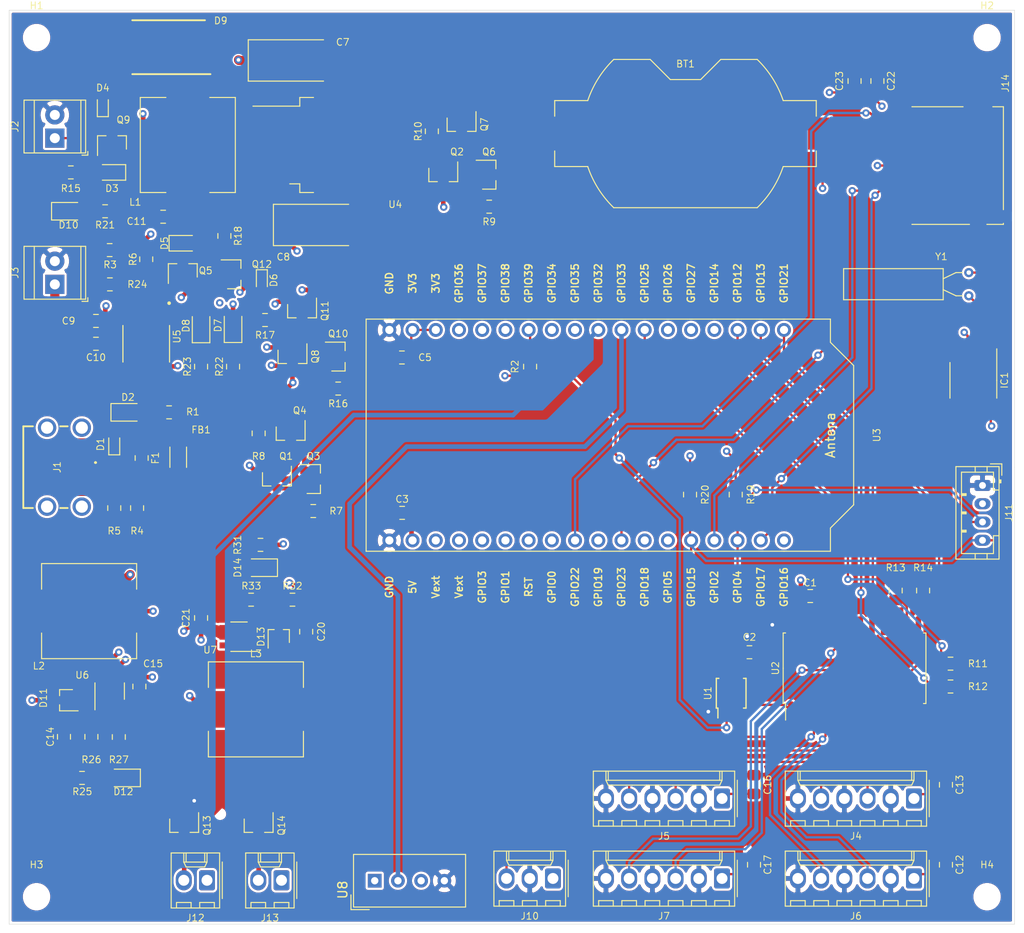
<source format=kicad_pcb>
(kicad_pcb (version 20171130) (host pcbnew "(5.1.5)-3")
  (layers (0 F.Cu signal) (1 GND signal) (2 PWR signal) (31 B.Cu signal) (34 B.Paste user) (35 F.Paste user) (36 B.SilkS user) (37 F.SilkS user) (38 B.Mask user) (39 F.Mask user hide) (44 Edge.Cuts user))
  (net 0 "")
  (net 1 "Net-(BT1-Pad1)")
  (net 2 GND)
  (net 3 +5V)
  (net 4 +3V3)
  (net 5 Vsolar_protected)
  (net 6 Vsolar_reg)
  (net 7 Vbat_protected)
  (net 8 +9V)
  (net 9 Vsys)
  (net 10 Vusb)
  (net 11 "Net-(D2-Pad2)")
  (net 12 "Net-(D3-Pad2)")
  (net 13 Vsolar)
  (net 14 "Net-(D5-Pad2)")
  (net 15 Vbat)
  (net 16 "Net-(D7-Pad1)")
  (net 17 "Net-(D8-Pad1)")
  (net 18 "Net-(D9-Pad1)")
  (net 19 "Net-(D10-Pad2)")
  (net 20 "Net-(D12-Pad2)")
  (net 21 "Net-(D14-Pad2)")
  (net 22 "Net-(F1-Pad1)")
  (net 23 Vusb_protected)
  (net 24 "Net-(IC1-Pad1)")
  (net 25 "Net-(IC1-Pad2)")
  (net 26 /CC1)
  (net 27 /CC2)
  (net 28 /I0)
  (net 29 /I1)
  (net 30 /I3)
  (net 31 /I2)
  (net 32 /I12)
  (net 33 /I5)
  (net 34 /I6)
  (net 35 /I7)
  (net 36 /ADS_SDA)
  (net 37 /ADS_SCL)
  (net 38 "Net-(J12-Pad2)")
  (net 39 "Net-(J13-Pad2)")
  (net 40 /SD_MISO)
  (net 41 /SD_CLK)
  (net 42 /SD_MOSI)
  (net 43 /SD_CS)
  (net 44 Vexternal)
  (net 45 "Net-(Q1-Pad1)")
  (net 46 "Net-(Q2-Pad1)")
  (net 47 "Net-(Q3-Pad3)")
  (net 48 "Net-(Q5-Pad1)")
  (net 49 "Net-(Q6-Pad3)")
  (net 50 "Net-(Q11-Pad3)")
  (net 51 "Net-(Q10-Pad3)")
  (net 52 /FAN1)
  (net 53 /ADS_ALERT)
  (net 54 /S0)
  (net 55 /S1)
  (net 56 /S2)
  (net 57 /S3)
  (net 58 "Net-(R22-Pad2)")
  (net 59 "Net-(R23-Pad2)")
  (net 60 "Net-(R24-Pad1)")
  (net 61 /AIN0)
  (net 62 /BST_SW_5V)
  (net 63 /BST_FB_5V)
  (net 64 /BST_SW_9V)
  (net 65 /BST_FB_9V)
  (net 66 /I11)
  (net 67 /DHT11)
  (module Sensor:Aosong_DHT11_5.5x12.0_P2.54mm (layer F.Cu) (at 151.5 155.25 90)
    (fp_text reference U8 (at -1 -3.5 90) (layer F.SilkS))
    (fp_text value DHT11)
    (pad 4 thru_hole circle (at 0 7.62 90) (size 1.5 1.5) (drill 0.8) (layers *.Cu *.Mask) (net 2 GND))
    (pad 3 thru_hole circle (at 0 5.08 90) (size 1.5 1.5) (drill 0.8) (layers *.Cu *.Mask))
    (pad 2 thru_hole circle (at 0 2.54 90) (size 1.5 1.5) (drill 0.8) (layers *.Cu *.Mask) (net 67 /DHT11))
    (pad 1 thru_hole rect (at 0 0 90) (size 1.5 1.5) (drill 0.8) (layers *.Cu *.Mask) (net 3 +5V))
  )
  (module TP4056:SOP127P600X175-9N (layer F.Cu) (at 126.5 96.5 270)
    (fp_text reference U5 (at -0.795 -3.362 90) (layer F.SilkS) (effects (font (size 0.75 0.75) (thickness 0.1))))
    (fp_text value TP4056)
    (pad 1 smd roundrect (at -2.475 -1.905 270) (size 1.97 0.6) (layers F.Cu F.Paste F.Mask) (roundrect_rratio 0.07000000000000001) (net 2 GND))
    (pad 2 smd roundrect (at -2.475 -0.635 270) (size 1.97 0.6) (layers F.Cu F.Paste F.Mask) (roundrect_rratio 0.07000000000000001) (net 60 "Net-(R24-Pad1)"))
    (pad 3 smd roundrect (at -2.475 0.635 270) (size 1.97 0.6) (layers F.Cu F.Paste F.Mask) (roundrect_rratio 0.07000000000000001) (net 2 GND))
    (pad 4 smd roundrect (at -2.475 1.905 270) (size 1.97 0.6) (layers F.Cu F.Paste F.Mask) (roundrect_rratio 0.07000000000000001) (net 3 +5V))
    (pad 5 smd roundrect (at 2.475 1.905 270) (size 1.97 0.6) (layers F.Cu F.Paste F.Mask) (roundrect_rratio 0.07000000000000001) (net 15 Vbat))
    (pad 6 smd roundrect (at 2.475 0.635 270) (size 1.97 0.6) (layers F.Cu F.Paste F.Mask) (roundrect_rratio 0.07000000000000001) (net 58 "Net-(R22-Pad2)"))
    (pad 7 smd roundrect (at 2.475 -0.635 270) (size 1.97 0.6) (layers F.Cu F.Paste F.Mask) (roundrect_rratio 0.07000000000000001) (net 59 "Net-(R23-Pad2)"))
    (pad 8 smd roundrect (at 2.475 -1.905 270) (size 1.97 0.6) (layers F.Cu F.Paste F.Mask) (roundrect_rratio 0.07000000000000001) (net 44 Vexternal))
    (pad 9 smd rect (at 0 0 270) (size 2.413 3.302) (layers F.Cu F.Mask) (net 2 GND))
  )
  (module Capacitor_SMD:C_0805_2012Metric_Pad1.15x1.40mm_HandSolder (layer F.Cu) (at 192.5 130.25)
    (fp_text reference C2 (at 0 -1.65) (layer F.SilkS) (effects (font (size 0.75 0.75) (thickness 0.1))))
    (fp_text value 100nF)
    (pad 1 smd roundrect (at -1.025 0) (size 1.15 1.4) (layers F.Cu F.Paste F.Mask) (roundrect_rratio 0.217391) (net 3 +5V))
    (pad 2 smd roundrect (at 1.025 0) (size 1.15 1.4) (layers F.Cu F.Paste F.Mask) (roundrect_rratio 0.217391) (net 2 GND))
  )
  (module Battery:BatteryHolder_Keystone_1058_1x2032 (layer F.Cu) (at 185.5 73.5 180)
    (fp_text reference BT1 (at 0 7.62) (layer F.SilkS) (effects (font (size 0.75 0.75) (thickness 0.1))))
    (fp_text value Battery_Cell)
    (pad 1 smd rect (at -14.68 0 180) (size 2.54 3.51) (layers F.Cu F.Paste F.Mask) (net 1 "Net-(BT1-Pad1)"))
    (pad 2 smd rect (at 14.68 0 180) (size 2.54 3.51) (layers F.Cu F.Paste F.Mask) (net 2 GND))
  )
  (module Capacitor_SMD:C_0805_2012Metric_Pad1.15x1.40mm_HandSolder (layer F.Cu) (at 199.15 124.1)
    (fp_text reference C1 (at 0 -1.45) (layer F.SilkS) (effects (font (size 0.75 0.75) (thickness 0.1))))
    (fp_text value 10uF)
    (pad 1 smd roundrect (at -1.025 0) (size 1.15 1.4) (layers F.Cu F.Paste F.Mask) (roundrect_rratio 0.217391) (net 3 +5V))
    (pad 2 smd roundrect (at 1.025 0) (size 1.15 1.4) (layers F.Cu F.Paste F.Mask) (roundrect_rratio 0.217391) (net 2 GND))
  )
  (module Capacitor_SMD:C_0805_2012Metric_Pad1.15x1.40mm_HandSolder (layer F.Cu) (at 154.5 115 180)
    (fp_text reference C3 (at 0 1.5) (layer F.SilkS) (effects (font (size 0.75 0.75) (thickness 0.1))))
    (fp_text value 100nF)
    (pad 2 smd roundrect (at 1.025 0 180) (size 1.15 1.4) (layers F.Cu F.Paste F.Mask) (roundrect_rratio 0.217391) (net 2 GND))
    (pad 1 smd roundrect (at -1.025 0 180) (size 1.15 1.4) (layers F.Cu F.Paste F.Mask) (roundrect_rratio 0.217391) (net 3 +5V))
  )
  (module Capacitor_SMD:C_0805_2012Metric_Pad1.15x1.40mm_HandSolder (layer F.Cu) (at 154.475 98 180)
    (fp_text reference C5 (at -2.525 0) (layer F.SilkS) (effects (font (size 0.75 0.75) (thickness 0.1))))
    (fp_text value 100nF)
    (pad 2 smd roundrect (at 1.025 0 180) (size 1.15 1.4) (layers F.Cu F.Paste F.Mask) (roundrect_rratio 0.217391) (net 2 GND))
    (pad 1 smd roundrect (at -1.025 0 180) (size 1.15 1.4) (layers F.Cu F.Paste F.Mask) (roundrect_rratio 0.217391) (net 4 +3V3))
  )
  (module Capacitor_Tantalum_SMD:CP_EIA-7343-15_Kemet-W_Pad2.25x2.55mm_HandSolder (layer F.Cu) (at 142.25 65.5)
    (fp_text reference C7 (at 5.75 -2) (layer F.SilkS) (effects (font (size 0.75 0.75) (thickness 0.1))))
    (fp_text value "680uF - Tant")
    (pad 1 smd roundrect (at -3.2 0) (size 2.25 2.55) (layers F.Cu F.Paste F.Mask) (roundrect_rratio 0.111111) (net 5 Vsolar_protected))
    (pad 2 smd roundrect (at 3.2 0) (size 2.25 2.55) (layers F.Cu F.Paste F.Mask) (roundrect_rratio 0.111111) (net 2 GND))
  )
  (module Capacitor_Tantalum_SMD:CP_EIA-7343-15_Kemet-W_Pad2.25x2.55mm_HandSolder (layer F.Cu) (at 145 83.5)
    (fp_text reference C8 (at -3.5 3.5) (layer F.SilkS) (effects (font (size 0.75 0.75) (thickness 0.1))))
    (fp_text value 220uF-Tantalum)
    (pad 2 smd roundrect (at 3.2 0) (size 2.25 2.55) (layers F.Cu F.Paste F.Mask) (roundrect_rratio 0.111111) (net 2 GND))
    (pad 1 smd roundrect (at -3.2 0) (size 2.25 2.55) (layers F.Cu F.Paste F.Mask) (roundrect_rratio 0.111111) (net 6 Vsolar_reg))
  )
  (module Capacitor_SMD:C_0805_2012Metric_Pad1.15x1.40mm_HandSolder (layer F.Cu) (at 121 94 180)
    (fp_text reference C9 (at 3 0) (layer F.SilkS) (effects (font (size 0.75 0.75) (thickness 0.1))))
    (fp_text value 10uF)
    (pad 1 smd roundrect (at -1.025 0 180) (size 1.15 1.4) (layers F.Cu F.Paste F.Mask) (roundrect_rratio 0.217391) (net 3 +5V))
    (pad 2 smd roundrect (at 1.025 0 180) (size 1.15 1.4) (layers F.Cu F.Paste F.Mask) (roundrect_rratio 0.217391) (net 2 GND))
  )
  (module Capacitor_SMD:C_0805_2012Metric_Pad1.15x1.40mm_HandSolder (layer F.Cu) (at 121 96.5 180)
    (fp_text reference C10 (at 0 -1.5) (layer F.SilkS) (effects (font (size 0.75 0.75) (thickness 0.1))))
    (fp_text value 100nF)
    (pad 1 smd roundrect (at -1.025 0 180) (size 1.15 1.4) (layers F.Cu F.Paste F.Mask) (roundrect_rratio 0.217391) (net 3 +5V))
    (pad 2 smd roundrect (at 1.025 0 180) (size 1.15 1.4) (layers F.Cu F.Paste F.Mask) (roundrect_rratio 0.217391) (net 2 GND))
  )
  (module Capacitor_SMD:C_0805_2012Metric_Pad1.15x1.40mm_HandSolder (layer F.Cu) (at 128.35 82.6 180)
    (fp_text reference C11 (at 2.9 -0.5) (layer F.SilkS) (effects (font (size 0.75 0.75) (thickness 0.1))))
    (fp_text value 10uF)
    (pad 2 smd roundrect (at 1.025 0 180) (size 1.15 1.4) (layers F.Cu F.Paste F.Mask) (roundrect_rratio 0.217391) (net 2 GND))
    (pad 1 smd roundrect (at -1.025 0 180) (size 1.15 1.4) (layers F.Cu F.Paste F.Mask) (roundrect_rratio 0.217391) (net 7 Vbat_protected))
  )
  (module Capacitor_SMD:C_0805_2012Metric_Pad1.15x1.40mm_HandSolder (layer F.Cu) (at 214 153.5 90)
    (fp_text reference C12 (at 0 1.5 90) (layer F.SilkS) (effects (font (size 0.75 0.75) (thickness 0.1))))
    (fp_text value 100nF)
    (pad 2 smd roundrect (at 1.025 0 90) (size 1.15 1.4) (layers F.Cu F.Paste F.Mask) (roundrect_rratio 0.217391) (net 2 GND))
    (pad 1 smd roundrect (at -1.025 0 90) (size 1.15 1.4) (layers F.Cu F.Paste F.Mask) (roundrect_rratio 0.217391) (net 3 +5V))
  )
  (module Capacitor_SMD:C_0805_2012Metric_Pad1.15x1.40mm_HandSolder (layer F.Cu) (at 214 144.75 90)
    (fp_text reference C13 (at 0 1.5 90) (layer F.SilkS) (effects (font (size 0.75 0.75) (thickness 0.1))))
    (fp_text value 100nF)
    (pad 1 smd roundrect (at -1.025 0 90) (size 1.15 1.4) (layers F.Cu F.Paste F.Mask) (roundrect_rratio 0.217391) (net 3 +5V))
    (pad 2 smd roundrect (at 1.025 0 90) (size 1.15 1.4) (layers F.Cu F.Paste F.Mask) (roundrect_rratio 0.217391) (net 2 GND))
  )
  (module Capacitor_SMD:C_0805_2012Metric_Pad1.15x1.40mm_HandSolder (layer F.Cu) (at 117.5 139.5 270)
    (fp_text reference C14 (at 0 1.5 90) (layer F.SilkS) (effects (font (size 0.75 0.75) (thickness 0.1))))
    (fp_text value 22uF-X5R)
    (pad 1 smd roundrect (at -1.025 0 270) (size 1.15 1.4) (layers F.Cu F.Paste F.Mask) (roundrect_rratio 0.217391) (net 8 +9V))
    (pad 2 smd roundrect (at 1.025 0 270) (size 1.15 1.4) (layers F.Cu F.Paste F.Mask) (roundrect_rratio 0.217391) (net 2 GND))
  )
  (module Capacitor_SMD:C_0805_2012Metric_Pad1.15x1.40mm_HandSolder (layer F.Cu) (at 125.75 134 270)
    (fp_text reference C15 (at -2.5 -1.5 180) (layer F.SilkS) (effects (font (size 0.75 0.75) (thickness 0.1))))
    (fp_text value 22uF-X5R)
    (pad 2 smd roundrect (at 1.025 0 270) (size 1.15 1.4) (layers F.Cu F.Paste F.Mask) (roundrect_rratio 0.217391) (net 2 GND))
    (pad 1 smd roundrect (at -1.025 0 270) (size 1.15 1.4) (layers F.Cu F.Paste F.Mask) (roundrect_rratio 0.217391) (net 9 Vsys))
  )
  (module Capacitor_SMD:C_0805_2012Metric_Pad1.15x1.40mm_HandSolder (layer F.Cu) (at 193 144.725 90)
    (fp_text reference C16 (at -0.025 1.5 90) (layer F.SilkS) (effects (font (size 0.75 0.75) (thickness 0.1))))
    (fp_text value 100nF)
    (pad 1 smd roundrect (at -1.025 0 90) (size 1.15 1.4) (layers F.Cu F.Paste F.Mask) (roundrect_rratio 0.217391) (net 3 +5V))
    (pad 2 smd roundrect (at 1.025 0 90) (size 1.15 1.4) (layers F.Cu F.Paste F.Mask) (roundrect_rratio 0.217391) (net 2 GND))
  )
  (module Capacitor_SMD:C_0805_2012Metric_Pad1.15x1.40mm_HandSolder (layer F.Cu) (at 193 153.5 90)
    (fp_text reference C17 (at 0 1.5 90) (layer F.SilkS) (effects (font (size 0.75 0.75) (thickness 0.1))))
    (fp_text value 100nF)
    (pad 2 smd roundrect (at 1.025 0 90) (size 1.15 1.4) (layers F.Cu F.Paste F.Mask) (roundrect_rratio 0.217391) (net 2 GND))
    (pad 1 smd roundrect (at -1.025 0 90) (size 1.15 1.4) (layers F.Cu F.Paste F.Mask) (roundrect_rratio 0.217391) (net 3 +5V))
  )
  (module Capacitor_SMD:C_0805_2012Metric_Pad1.15x1.40mm_HandSolder (layer F.Cu) (at 144 128 270)
    (fp_text reference C20 (at 0 -1.65 90) (layer F.SilkS) (effects (font (size 0.75 0.75) (thickness 0.1))))
    (fp_text value 22uF-X5R)
    (pad 1 smd roundrect (at -1.025 0 270) (size 1.15 1.4) (layers F.Cu F.Paste F.Mask) (roundrect_rratio 0.217391) (net 3 +5V))
    (pad 2 smd roundrect (at 1.025 0 270) (size 1.15 1.4) (layers F.Cu F.Paste F.Mask) (roundrect_rratio 0.217391) (net 2 GND))
  )
  (module Capacitor_SMD:C_0805_2012Metric_Pad1.15x1.40mm_HandSolder (layer F.Cu) (at 132.5 126.5 90)
    (fp_text reference C21 (at 0 -1.65 90) (layer F.SilkS) (effects (font (size 0.75 0.75) (thickness 0.1))))
    (fp_text value 22uF-X5R)
    (pad 2 smd roundrect (at 1.025 0 90) (size 1.15 1.4) (layers F.Cu F.Paste F.Mask) (roundrect_rratio 0.217391) (net 2 GND))
    (pad 1 smd roundrect (at -1.025 0 90) (size 1.15 1.4) (layers F.Cu F.Paste F.Mask) (roundrect_rratio 0.217391) (net 9 Vsys))
  )
  (module Capacitor_SMD:C_0805_2012Metric_Pad1.15x1.40mm_HandSolder (layer F.Cu) (at 206.5 67.75 90)
    (fp_text reference C22 (at 0 1.5 90) (layer F.SilkS) (effects (font (size 0.75 0.75) (thickness 0.1))))
    (fp_text value 10uF)
    (pad 2 smd roundrect (at 1.025 0 90) (size 1.15 1.4) (layers F.Cu F.Paste F.Mask) (roundrect_rratio 0.217391) (net 2 GND))
    (pad 1 smd roundrect (at -1.025 0 90) (size 1.15 1.4) (layers F.Cu F.Paste F.Mask) (roundrect_rratio 0.217391) (net 4 +3V3))
  )
  (module Capacitor_SMD:C_0805_2012Metric_Pad1.15x1.40mm_HandSolder (layer F.Cu) (at 204 67.75 90)
    (fp_text reference C23 (at 0 -1.65 90) (layer F.SilkS) (effects (font (size 0.75 0.75) (thickness 0.1))))
    (fp_text value 100nF)
    (pad 1 smd roundrect (at -1.025 0 90) (size 1.15 1.4) (layers F.Cu F.Paste F.Mask) (roundrect_rratio 0.217391) (net 4 +3V3))
    (pad 2 smd roundrect (at 1.025 0 90) (size 1.15 1.4) (layers F.Cu F.Paste F.Mask) (roundrect_rratio 0.217391) (net 2 GND))
  )
  (module Diode_SMD:D_SOD-523 (layer F.Cu) (at 123 107.5 90)
    (fp_text reference D1 (at 0 -1.5 90) (layer F.SilkS) (effects (font (size 0.75 0.75) (thickness 0.1))))
    (fp_text value D_TVS_ALT)
    (pad 2 smd rect (at 0.7 0 270) (size 0.6 0.7) (layers F.Cu F.Paste F.Mask) (net 2 GND))
    (pad 1 smd rect (at -0.7 0 270) (size 0.6 0.7) (layers F.Cu F.Paste F.Mask) (net 10 Vusb))
  )
  (module LED_SMD:LED_0805_2012Metric_Pad1.15x1.40mm_HandSolder (layer F.Cu) (at 124.5 104)
    (fp_text reference D2 (at 0 -1.65) (layer F.SilkS) (effects (font (size 0.75 0.75) (thickness 0.1))))
    (fp_text value LED)
    (pad 1 smd roundrect (at -1.025 0) (size 1.15 1.4) (layers F.Cu F.Paste F.Mask) (roundrect_rratio 0.217391) (net 2 GND))
    (pad 2 smd roundrect (at 1.025 0) (size 1.15 1.4) (layers F.Cu F.Paste F.Mask) (roundrect_rratio 0.217391) (net 11 "Net-(D2-Pad2)"))
  )
  (module Diode_SMD:D_SOD-323 (layer F.Cu) (at 122.75 77.75 180)
    (fp_text reference D3 (at 0 -1.75 180) (layer F.SilkS) (effects (font (size 0.75 0.75) (thickness 0.1))))
    (fp_text value 5V)
    (pad 2 smd rect (at 1.05 0 180) (size 0.6 0.45) (layers F.Cu F.Paste F.Mask) (net 12 "Net-(D3-Pad2)"))
    (pad 1 smd rect (at -1.05 0 180) (size 0.6 0.45) (layers F.Cu F.Paste F.Mask) (net 5 Vsolar_protected))
  )
  (module Diode_SMD:D_SOD-523 (layer F.Cu) (at 121.75 70.5 90)
    (fp_text reference D4 (at 2 0 180) (layer F.SilkS) (effects (font (size 0.75 0.75) (thickness 0.1))))
    (fp_text value D_TVS_ALT)
    (pad 2 smd rect (at 0.7 0 270) (size 0.6 0.7) (layers F.Cu F.Paste F.Mask) (net 2 GND))
    (pad 1 smd rect (at -0.7 0 270) (size 0.6 0.7) (layers F.Cu F.Paste F.Mask) (net 13 Vsolar))
  )
  (module Diode_SMD:D_SOD-323 (layer F.Cu) (at 130.5 85.5)
    (fp_text reference D5 (at -2 0 90) (layer F.SilkS) (effects (font (size 0.75 0.75) (thickness 0.1))))
    (fp_text value 5V)
    (pad 1 smd rect (at -1.05 0) (size 0.6 0.45) (layers F.Cu F.Paste F.Mask) (net 7 Vbat_protected))
    (pad 2 smd rect (at 1.05 0) (size 0.6 0.45) (layers F.Cu F.Paste F.Mask) (net 14 "Net-(D5-Pad2)"))
  )
  (module Diode_SMD:D_SOD-523 (layer F.Cu) (at 139.15 89.55 270)
    (fp_text reference D6 (at 0 -1.3 90) (layer F.SilkS) (effects (font (size 0.75 0.75) (thickness 0.1))))
    (fp_text value D_TVS_ALT)
    (pad 1 smd rect (at -0.7 0 90) (size 0.6 0.7) (layers F.Cu F.Paste F.Mask) (net 15 Vbat))
    (pad 2 smd rect (at 0.7 0 90) (size 0.6 0.7) (layers F.Cu F.Paste F.Mask) (net 2 GND))
  )
  (module LED_SMD:LED_0805_2012Metric_Pad1.15x1.40mm_HandSolder (layer F.Cu) (at 136 94.5 90)
    (fp_text reference D7 (at 0 -1.65 90) (layer F.SilkS) (effects (font (size 0.75 0.75) (thickness 0.1))))
    (fp_text value LED)
    (pad 1 smd roundrect (at -1.025 0 90) (size 1.15 1.4) (layers F.Cu F.Paste F.Mask) (roundrect_rratio 0.217391) (net 16 "Net-(D7-Pad1)"))
    (pad 2 smd roundrect (at 1.025 0 90) (size 1.15 1.4) (layers F.Cu F.Paste F.Mask) (roundrect_rratio 0.217391) (net 3 +5V))
  )
  (module LED_SMD:LED_0805_2012Metric_Pad1.15x1.40mm_HandSolder (layer F.Cu) (at 132.5 94.525 90)
    (fp_text reference D8 (at 0 -1.65 90) (layer F.SilkS) (effects (font (size 0.75 0.75) (thickness 0.1))))
    (fp_text value LED)
    (pad 2 smd roundrect (at 1.025 0 90) (size 1.15 1.4) (layers F.Cu F.Paste F.Mask) (roundrect_rratio 0.217391) (net 3 +5V))
    (pad 1 smd roundrect (at -1.025 0 90) (size 1.15 1.4) (layers F.Cu F.Paste F.Mask) (roundrect_rratio 0.217391) (net 17 "Net-(D8-Pad1)"))
  )
  (module SamacSys_Parts:DIOM8059X256N (layer F.Cu) (at 128.95 64.05 180)
    (fp_text reference D9 (at -5.7 2.9) (layer F.SilkS) (effects (font (size 0.75 0.75) (thickness 0.1))))
    (fp_text value SS34 hide)
    (pad 1 smd rect (at -3.45 0 180) (size 2.25 3.2) (layers F.Cu F.Paste F.Mask) (net 18 "Net-(D9-Pad1)"))
    (pad 2 smd rect (at 3.45 0 180) (size 2.25 3.2) (layers F.Cu F.Paste F.Mask) (net 2 GND))
  )
  (module LED_SMD:LED_0805_2012Metric_Pad1.15x1.40mm_HandSolder (layer F.Cu) (at 118 82)
    (fp_text reference D10 (at 0 1.5) (layer F.SilkS) (effects (font (size 0.75 0.75) (thickness 0.1))))
    (fp_text value LED)
    (pad 2 smd roundrect (at 1.025 0) (size 1.15 1.4) (layers F.Cu F.Paste F.Mask) (roundrect_rratio 0.217391) (net 19 "Net-(D10-Pad2)"))
    (pad 1 smd roundrect (at -1.025 0) (size 1.15 1.4) (layers F.Cu F.Paste F.Mask) (roundrect_rratio 0.217391) (net 2 GND))
  )
  (module Package_TO_SOT_SMD:SOT-323_SC-70 (layer F.Cu) (at 117.75 135.5 180)
    (fp_text reference D11 (at 2.5 0.25 90) (layer F.SilkS) (effects (font (size 0.75 0.75) (thickness 0.1))))
    (fp_text value BAT54W)
    (pad 1 smd rect (at -1 -0.65 90) (size 0.45 0.7) (layers F.Cu F.Paste F.Mask) (net 64 /BST_SW_9V))
    (pad 2 smd rect (at -1 0.65 90) (size 0.45 0.7) (layers F.Cu F.Paste F.Mask))
    (pad 3 smd rect (at 1 0 90) (size 0.45 0.7) (layers F.Cu F.Paste F.Mask) (net 8 +9V))
  )
  (module LED_SMD:LED_0805_2012Metric_Pad1.15x1.40mm_HandSolder (layer F.Cu) (at 124 144 180)
    (fp_text reference D12 (at 0 -1.5) (layer F.SilkS) (effects (font (size 0.75 0.75) (thickness 0.1))))
    (fp_text value LED)
    (pad 2 smd roundrect (at 1.025 0 180) (size 1.15 1.4) (layers F.Cu F.Paste F.Mask) (roundrect_rratio 0.217391) (net 20 "Net-(D12-Pad2)"))
    (pad 1 smd roundrect (at -1.025 0 180) (size 1.15 1.4) (layers F.Cu F.Paste F.Mask) (roundrect_rratio 0.217391) (net 2 GND))
  )
  (module Package_TO_SOT_SMD:SOT-323_SC-70 (layer F.Cu) (at 141 128.5 90)
    (fp_text reference D13 (at -0.05 -1.95 90) (layer F.SilkS) (effects (font (size 0.75 0.75) (thickness 0.1))))
    (fp_text value BAT54W)
    (pad 3 smd rect (at 1 0) (size 0.45 0.7) (layers F.Cu F.Paste F.Mask) (net 3 +5V))
    (pad 2 smd rect (at -1 0.65) (size 0.45 0.7) (layers F.Cu F.Paste F.Mask))
    (pad 1 smd rect (at -1 -0.65) (size 0.45 0.7) (layers F.Cu F.Paste F.Mask) (net 62 /BST_SW_5V))
  )
  (module LED_SMD:LED_0805_2012Metric_Pad1.15x1.40mm_HandSolder (layer F.Cu) (at 139 121 180)
    (fp_text reference D14 (at 2.5 0 270) (layer F.SilkS) (effects (font (size 0.75 0.75) (thickness 0.1))))
    (fp_text value LED)
    (pad 1 smd roundrect (at -1.025 0 180) (size 1.15 1.4) (layers F.Cu F.Paste F.Mask) (roundrect_rratio 0.217391) (net 2 GND))
    (pad 2 smd roundrect (at 1.025 0 180) (size 1.15 1.4) (layers F.Cu F.Paste F.Mask) (roundrect_rratio 0.217391) (net 21 "Net-(D14-Pad2)"))
  )
  (module Fuse:Fuse_0805_2012Metric (layer F.Cu) (at 126 109 90)
    (fp_text reference F1 (at 0 1.5 90) (layer F.SilkS) (effects (font (size 0.75 0.75) (thickness 0.1))))
    (fp_text value Fuse)
    (pad 1 smd roundrect (at -0.9375 0 90) (size 0.975 1.4) (layers F.Cu F.Paste F.Mask) (net 22 "Net-(F1-Pad1)"))
    (pad 2 smd roundrect (at 0.9375 0 90) (size 0.975 1.4) (layers F.Cu F.Paste F.Mask) (net 10 Vusb))
  )
  (module Inductor_SMD:L_1806_4516Metric_Pad1.57x1.80mm_HandSolder (layer F.Cu) (at 130 108.9125 90)
    (fp_text reference FB1 (at 3 2.5 180) (layer F.SilkS) (effects (font (size 0.75 0.75) (thickness 0.1))))
    (fp_text value Ferrite_Bead)
    (pad 1 smd roundrect (at -2.0875 0 90) (size 1.575 1.8) (layers F.Cu F.Paste F.Mask) (roundrect_rratio 0.15873) (net 22 "Net-(F1-Pad1)"))
    (pad 2 smd roundrect (at 2.0875 0 90) (size 1.575 1.8) (layers F.Cu F.Paste F.Mask) (roundrect_rratio 0.15873) (net 23 Vusb_protected))
  )
  (module MountingHole:MountingHole_2.5mm (layer F.Cu) (at 114.5 63)
    (fp_text reference H1 (at 0 -3.5) (layer F.SilkS) (effects (font (size 0.75 0.75) (thickness 0.1))))
    (fp_text value MountingHole)
    (pad 1 np_thru_hole circle (at 0 0) (size 2.5 2.5) (drill 2.5) (layers *.Cu *.Mask))
  )
  (module MountingHole:MountingHole_2.5mm (layer F.Cu) (at 218.5 63)
    (fp_text reference H2 (at 0 -3.5) (layer F.SilkS) (effects (font (size 0.75 0.75) (thickness 0.1))))
    (fp_text value MountingHole)
    (pad 1 np_thru_hole circle (at 0 0) (size 2.5 2.5) (drill 2.5) (layers *.Cu *.Mask))
  )
  (module MountingHole:MountingHole_2.5mm (layer F.Cu) (at 114.5 157)
    (fp_text reference H3 (at 0 -3.5) (layer F.SilkS) (effects (font (size 0.75 0.75) (thickness 0.1))))
    (fp_text value MountingHole)
    (pad 1 np_thru_hole circle (at 0 0) (size 2.5 2.5) (drill 2.5) (layers *.Cu *.Mask))
  )
  (module MountingHole:MountingHole_2.5mm (layer F.Cu) (at 218.5 157)
    (fp_text reference H4 (at 0 -3.5) (layer F.SilkS) (effects (font (size 0.75 0.75) (thickness 0.1))))
    (fp_text value MountingHole)
    (pad 1 np_thru_hole circle (at 0 0) (size 2.5 2.5) (drill 2.5) (layers *.Cu *.Mask))
  )
  (module Package_SO:SOP-8_3.9x4.9mm_P1.27mm (layer F.Cu) (at 217 100.5 270)
    (fp_text reference IC1 (at 0 -3.4 90) (layer F.SilkS) (effects (font (size 0.75 0.75) (thickness 0.1))))
    (fp_text value DS1307ZN+)
    (pad 1 smd roundrect (at -2.625 -1.905 270) (size 1.65 0.6) (layers F.Cu F.Paste F.Mask) (net 24 "Net-(IC1-Pad1)"))
    (pad 2 smd roundrect (at -2.625 -0.635 270) (size 1.65 0.6) (layers F.Cu F.Paste F.Mask) (net 25 "Net-(IC1-Pad2)"))
    (pad 3 smd roundrect (at -2.625 0.635 270) (size 1.65 0.6) (layers F.Cu F.Paste F.Mask) (net 1 "Net-(BT1-Pad1)"))
    (pad 4 smd roundrect (at -2.625 1.905 270) (size 1.65 0.6) (layers F.Cu F.Paste F.Mask) (net 2 GND))
    (pad 5 smd roundrect (at 2.625 1.905 270) (size 1.65 0.6) (layers F.Cu F.Paste F.Mask) (net 36 /ADS_SDA))
    (pad 6 smd roundrect (at 2.625 0.635 270) (size 1.65 0.6) (layers F.Cu F.Paste F.Mask) (net 37 /ADS_SCL))
    (pad 7 smd roundrect (at 2.625 -0.635 270) (size 1.65 0.6) (layers F.Cu F.Paste F.Mask))
    (pad 8 smd roundrect (at 2.625 -1.905 270) (size 1.65 0.6) (layers F.Cu F.Paste F.Mask) (net 3 +5V))
  )
  (module SamacSys_Parts:2171750001 (layer F.Cu) (at 116.5 110 270)
    (fp_text reference J1 (at 0 -0.252 90) (layer F.SilkS) (effects (font (size 0.75 0.75) (thickness 0.1))))
    (fp_text value 217175-0001 hide)
    (pad A5 smd rect (at -0.5 -3.03 270) (size 0.7 1.2) (layers F.Cu F.Paste F.Mask) (net 26 /CC1))
    (pad A9 smd rect (at 1.52 -3.03 270) (size 0.76 1.2) (layers F.Cu F.Paste F.Mask) (net 10 Vusb))
    (pad A12 smd rect (at 2.75 -3.03 270) (size 0.8 1.2) (layers F.Cu F.Paste F.Mask) (net 2 GND))
    (pad B5 smd rect (at 0.5 -3.03 270) (size 0.7 1.2) (layers F.Cu F.Paste F.Mask) (net 27 /CC2))
    (pad B9 smd rect (at -1.52 -3.03 270) (size 0.76 1.2) (layers F.Cu F.Paste F.Mask) (net 10 Vusb))
    (pad B12 smd rect (at -2.75 -3.03 270) (size 0.8 1.2) (layers F.Cu F.Paste F.Mask) (net 2 GND))
    (pad MH1 thru_hole circle (at -4.32 0.85 270) (size 2.01 2.01) (drill 1.34) (layers *.Cu *.Mask))
    (pad MH2 thru_hole circle (at 4.32 0.85 270) (size 2.01 2.01) (drill 1.34) (layers *.Cu *.Mask))
    (pad MH3 thru_hole circle (at -4.32 -2.95 270) (size 2.01 2.01) (drill 1.34) (layers *.Cu *.Mask))
    (pad MH4 thru_hole circle (at 4.32 -2.95 270) (size 2.01 2.01) (drill 1.34) (layers *.Cu *.Mask))
  )
  (module TerminalBlock_TE-Connectivity:TerminalBlock_TE_282834-2_1x02_P2.54mm_Horizontal (layer F.Cu) (at 116.5 74 90)
    (fp_text reference J2 (at 1.27 -4.37 90) (layer F.SilkS) (effects (font (size 0.75 0.75) (thickness 0.1))))
    (fp_text value Screw_Terminal_01x02)
    (pad 2 thru_hole circle (at 2.54 0 90) (size 2.1 2.1) (drill 1.1) (layers *.Cu *.Mask) (net 2 GND))
    (pad 1 thru_hole rect (at 0 0 90) (size 2.1 2.1) (drill 1.1) (layers *.Cu *.Mask) (net 13 Vsolar))
  )
  (module TerminalBlock_TE-Connectivity:TerminalBlock_TE_282834-2_1x02_P2.54mm_Horizontal (layer F.Cu) (at 116.5 90 90)
    (fp_text reference J3 (at 1.27 -4.37 90) (layer F.SilkS) (effects (font (size 0.75 0.75) (thickness 0.1))))
    (fp_text value Screw_Terminal_01x02)
    (pad 1 thru_hole rect (at 0 0 90) (size 2.1 2.1) (drill 1.1) (layers *.Cu *.Mask) (net 15 Vbat))
    (pad 2 thru_hole circle (at 2.54 0 90) (size 2.1 2.1) (drill 1.1) (layers *.Cu *.Mask) (net 2 GND))
  )
  (module Connector_Molex:Molex_KK-254_AE-6410-06A_1x06_P2.54mm_Vertical (layer F.Cu) (at 210.5 146.25 180)
    (fp_text reference J4 (at 6.35 -4.12) (layer F.SilkS) (effects (font (size 0.75 0.75) (thickness 0.1))))
    (fp_text value Conn_01x06_Male)
    (pad 1 thru_hole roundrect (at 0 0 180) (size 1.74 2.2) (drill 1.2) (layers *.Cu *.Mask) (roundrect_rratio 0.143678) (net 3 +5V))
    (pad 2 thru_hole oval (at 2.54 0 180) (size 1.74 2.2) (drill 1.2) (layers *.Cu *.Mask) (net 2 GND))
    (pad 3 thru_hole oval (at 5.08 0 180) (size 1.74 2.2) (drill 1.2) (layers *.Cu *.Mask) (net 28 /I0))
    (pad 4 thru_hole oval (at 7.62 0 180) (size 1.74 2.2) (drill 1.2) (layers *.Cu *.Mask) (net 2 GND))
    (pad 5 thru_hole oval (at 10.16 0 180) (size 1.74 2.2) (drill 1.2) (layers *.Cu *.Mask) (net 29 /I1))
    (pad 6 thru_hole oval (at 12.7 0 180) (size 1.74 2.2) (drill 1.2) (layers *.Cu *.Mask) (net 2 GND))
  )
  (module Connector_Molex:Molex_KK-254_AE-6410-06A_1x06_P2.54mm_Vertical (layer F.Cu) (at 189.5 146.25 180)
    (fp_text reference J5 (at 6.35 -4.12) (layer F.SilkS) (effects (font (size 0.75 0.75) (thickness 0.1))))
    (fp_text value Conn_01x06_Male)
    (pad 6 thru_hole oval (at 12.7 0 180) (size 1.74 2.2) (drill 1.2) (layers *.Cu *.Mask) (net 2 GND))
    (pad 5 thru_hole oval (at 10.16 0 180) (size 1.74 2.2) (drill 1.2) (layers *.Cu *.Mask) (net 30 /I3))
    (pad 4 thru_hole oval (at 7.62 0 180) (size 1.74 2.2) (drill 1.2) (layers *.Cu *.Mask) (net 2 GND))
    (pad 3 thru_hole oval (at 5.08 0 180) (size 1.74 2.2) (drill 1.2) (layers *.Cu *.Mask) (net 31 /I2))
    (pad 2 thru_hole oval (at 2.54 0 180) (size 1.74 2.2) (drill 1.2) (layers *.Cu *.Mask) (net 2 GND))
    (pad 1 thru_hole roundrect (at 0 0 180) (size 1.74 2.2) (drill 1.2) (layers *.Cu *.Mask) (roundrect_rratio 0.143678) (net 3 +5V))
  )
  (module Connector_Molex:Molex_KK-254_AE-6410-06A_1x06_P2.54mm_Vertical (layer F.Cu) (at 210.5 155 180)
    (fp_text reference J6 (at 6.35 -4.12) (layer F.SilkS) (effects (font (size 0.75 0.75) (thickness 0.1))))
    (fp_text value Conn_01x06_Male)
    (pad 6 thru_hole oval (at 12.7 0 180) (size 1.74 2.2) (drill 1.2) (layers *.Cu *.Mask) (net 2 GND))
    (pad 5 thru_hole oval (at 10.16 0 180) (size 1.74 2.2) (drill 1.2) (layers *.Cu *.Mask) (net 34 /I6))
    (pad 4 thru_hole oval (at 7.62 0 180) (size 1.74 2.2) (drill 1.2) (layers *.Cu *.Mask) (net 2 GND))
    (pad 3 thru_hole oval (at 5.08 0 180) (size 1.74 2.2) (drill 1.2) (layers *.Cu *.Mask) (net 33 /I5))
    (pad 2 thru_hole oval (at 2.54 0 180) (size 1.74 2.2) (drill 1.2) (layers *.Cu *.Mask) (net 2 GND))
    (pad 1 thru_hole roundrect (at 0 0 180) (size 1.74 2.2) (drill 1.2) (layers *.Cu *.Mask) (roundrect_rratio 0.143678) (net 3 +5V))
  )
  (module Connector_Molex:Molex_KK-254_AE-6410-06A_1x06_P2.54mm_Vertical (layer F.Cu) (at 189.5 155 180)
    (fp_text reference J7 (at 6.35 -4.12) (layer F.SilkS) (effects (font (size 0.75 0.75) (thickness 0.1))))
    (fp_text value Conn_01x06_Male)
    (pad 1 thru_hole roundrect (at 0 0 180) (size 1.74 2.2) (drill 1.2) (layers *.Cu *.Mask) (roundrect_rratio 0.143678) (net 3 +5V))
    (pad 2 thru_hole oval (at 2.54 0 180) (size 1.74 2.2) (drill 1.2) (layers *.Cu *.Mask) (net 2 GND))
    (pad 3 thru_hole oval (at 5.08 0 180) (size 1.74 2.2) (drill 1.2) (layers *.Cu *.Mask) (net 66 /I11))
    (pad 4 thru_hole oval (at 7.62 0 180) (size 1.74 2.2) (drill 1.2) (layers *.Cu *.Mask) (net 2 GND))
    (pad 5 thru_hole oval (at 10.16 0 180) (size 1.74 2.2) (drill 1.2) (layers *.Cu *.Mask) (net 32 /I12))
    (pad 6 thru_hole oval (at 12.7 0 180) (size 1.74 2.2) (drill 1.2) (layers *.Cu *.Mask) (net 2 GND))
  )
  (module Connector_Molex:Molex_KK-254_AE-6410-03A_1x03_P2.54mm_Vertical (layer F.Cu) (at 171 155 180)
    (fp_text reference J10 (at 2.54 -4.12) (layer F.SilkS) (effects (font (size 0.75 0.75) (thickness 0.1))))
    (fp_text value Conn_01x03_Male)
    (pad 1 thru_hole roundrect (at 0 0 180) (size 1.74 2.2) (drill 1.2) (layers *.Cu *.Mask) (roundrect_rratio 0.143678) (net 8 +9V))
    (pad 2 thru_hole oval (at 2.54 0 180) (size 1.74 2.2) (drill 1.2) (layers *.Cu *.Mask) (net 2 GND))
    (pad 3 thru_hole oval (at 5.08 0 180) (size 1.74 2.2) (drill 1.2) (layers *.Cu *.Mask) (net 35 /I7))
  )
  (module Connector_JST:JST_PH_B4B-PH-K_1x04_P2.00mm_Vertical (layer F.Cu) (at 218 112 270)
    (fp_text reference J11 (at 3 -2.9 90) (layer F.SilkS) (effects (font (size 0.75 0.75) (thickness 0.1))))
    (fp_text value Conn_01x04_Male)
    (pad 1 thru_hole roundrect (at 0 0 270) (size 1.2 1.75) (drill 0.75) (layers *.Cu *.Mask) (roundrect_rratio 0.208333) (net 2 GND))
    (pad 2 thru_hole oval (at 2 0 270) (size 1.2 1.75) (drill 0.75) (layers *.Cu *.Mask) (net 3 +5V))
    (pad 3 thru_hole oval (at 4 0 270) (size 1.2 1.75) (drill 0.75) (layers *.Cu *.Mask) (net 36 /ADS_SDA))
    (pad 4 thru_hole oval (at 6 0 270) (size 1.2 1.75) (drill 0.75) (layers *.Cu *.Mask) (net 37 /ADS_SCL))
  )
  (module Connector_Molex:Molex_KK-254_AE-6410-02A_1x02_P2.54mm_Vertical (layer F.Cu) (at 133.15 155.2 180)
    (fp_text reference J12 (at 1.27 -4.12) (layer F.SilkS) (effects (font (size 0.75 0.75) (thickness 0.1))))
    (fp_text value Conn_01x02_Male)
    (pad 2 thru_hole oval (at 2.54 0 180) (size 1.74 2.2) (drill 1.2) (layers *.Cu *.Mask) (net 38 "Net-(J12-Pad2)"))
    (pad 1 thru_hole roundrect (at 0 0 180) (size 1.74 2.2) (drill 1.2) (layers *.Cu *.Mask) (roundrect_rratio 0.143678) (net 3 +5V))
  )
  (module Connector_Molex:Molex_KK-254_AE-6410-02A_1x02_P2.54mm_Vertical (layer F.Cu) (at 141.3 155.2 180)
    (fp_text reference J13 (at 1.27 -4.12) (layer F.SilkS) (effects (font (size 0.75 0.75) (thickness 0.1))))
    (fp_text value Conn_01x02_Male)
    (pad 1 thru_hole roundrect (at 0 0 180) (size 1.74 2.2) (drill 1.2) (layers *.Cu *.Mask) (roundrect_rratio 0.143678) (net 3 +5V))
    (pad 2 thru_hole oval (at 2.54 0 180) (size 1.74 2.2) (drill 1.2) (layers *.Cu *.Mask) (net 39 "Net-(J13-Pad2)"))
  )
  (module Connector_Card:microSD_HC_Hirose_DM3D-SF (layer F.Cu) (at 214.5 77 270)
    (fp_text reference J14 (at -9 -6 90) (layer F.SilkS) (effects (font (size 0.75 0.75) (thickness 0.1))))
    (fp_text value Micro_SD_Card)
    (pad 8 smd rect (at -4.525 5.35 270) (size 0.7 1.75) (layers F.Cu F.Paste F.Mask))
    (pad 11 smd rect (at -5.725 5.225 270) (size 1.3 1.5) (layers F.Cu F.Paste F.Mask))
    (pad 11 smd rect (at -5.975 -2.375 270) (size 0.8 1.5) (layers F.Cu F.Paste F.Mask))
    (pad 9 smd rect (at -5.65 -3.875 270) (size 1.45 1) (layers F.Cu F.Paste F.Mask) (net 2 GND))
    (pad 11 smd rect (at 5.975 -3.025 270) (size 0.8 1.4) (layers F.Cu F.Paste F.Mask))
    (pad 7 smd rect (at -3.425 5.35 270) (size 0.7 1.75) (layers F.Cu F.Paste F.Mask) (net 40 /SD_MISO))
    (pad 6 smd rect (at -2.325 5.35 270) (size 0.7 1.75) (layers F.Cu F.Paste F.Mask) (net 2 GND))
    (pad 5 smd rect (at -1.225 5.35 270) (size 0.7 1.75) (layers F.Cu F.Paste F.Mask) (net 41 /SD_CLK))
    (pad 4 smd rect (at -0.125 5.35 270) (size 0.7 1.75) (layers F.Cu F.Paste F.Mask) (net 4 +3V3))
    (pad 3 smd rect (at 0.975 5.35 270) (size 0.7 1.75) (layers F.Cu F.Paste F.Mask) (net 42 /SD_MOSI))
    (pad 2 smd rect (at 2.075 5.35 270) (size 0.7 1.75) (layers F.Cu F.Paste F.Mask) (net 43 /SD_CS))
    (pad 1 smd rect (at 3.175 5.35 270) (size 0.7 1.75) (layers F.Cu F.Paste F.Mask))
    (pad 11 smd rect (at 5.625 5.225 270) (size 1.5 1.5) (layers F.Cu F.Paste F.Mask))
    (pad 10 smd rect (at 5.575 -5.45 270) (size 1 1.55) (layers F.Cu F.Paste F.Mask))
  )
  (module Inductor_SMD:L_Wuerth_HCI-1040 (layer F.Cu) (at 131.05 74.75 90)
    (fp_text reference L1 (at -6.25 -5.75 180) (layer F.SilkS) (effects (font (size 0.75 0.75) (thickness 0.1))))
    (fp_text value 33uH)
    (pad 1 smd rect (at -4 0 90) (size 3.5 4) (layers F.Cu F.Paste F.Mask) (net 6 Vsolar_reg))
    (pad 2 smd rect (at 4 0 90) (size 3.5 4) (layers F.Cu F.Paste F.Mask) (net 18 "Net-(D9-Pad1)"))
  )
  (module Inductor_SMD:L_Wuerth_HCI-1040 (layer F.Cu) (at 120.25 125.75 180)
    (fp_text reference L2 (at 5.5 -6) (layer F.SilkS) (effects (font (size 0.75 0.75) (thickness 0.1))))
    (fp_text value "4.7 to 22uH")
    (pad 1 smd rect (at -4 0 180) (size 3.5 4) (layers F.Cu F.Paste F.Mask) (net 9 Vsys))
    (pad 2 smd rect (at 4 0 180) (size 3.5 4) (layers F.Cu F.Paste F.Mask) (net 64 /BST_SW_9V))
  )
  (module Inductor_SMD:L_Wuerth_HCI-1040 (layer F.Cu) (at 138.5 136.5)
    (fp_text reference L3 (at 0 -6.1) (layer F.SilkS) (effects (font (size 0.75 0.75) (thickness 0.1))))
    (fp_text value "4.7 to 22uH")
    (pad 2 smd rect (at 4 0) (size 3.5 4) (layers F.Cu F.Paste F.Mask) (net 62 /BST_SW_5V))
    (pad 1 smd rect (at -4 0) (size 3.5 4) (layers F.Cu F.Paste F.Mask) (net 9 Vsys))
  )
  (module Package_TO_SOT_SMD:SOT-23 (layer F.Cu) (at 140.8 111.3 270)
    (fp_text reference Q1 (at -2.5 -1 180) (layer F.SilkS) (effects (font (size 0.75 0.75) (thickness 0.1))))
    (fp_text value DMG2301L)
    (pad 1 smd rect (at -1 -0.95 270) (size 0.9 0.8) (layers F.Cu F.Paste F.Mask) (net 45 "Net-(Q1-Pad1)"))
    (pad 2 smd rect (at -1 0.95 270) (size 0.9 0.8) (layers F.Cu F.Paste F.Mask) (net 44 Vexternal))
    (pad 3 smd rect (at 1 0 270) (size 0.9 0.8) (layers F.Cu F.Paste F.Mask) (net 23 Vusb_protected))
  )
  (module Package_TO_SOT_SMD:SOT-23 (layer F.Cu) (at 159 78 270)
    (fp_text reference Q2 (at -2.5 -1.5 180) (layer F.SilkS) (effects (font (size 0.75 0.75) (thickness 0.1))))
    (fp_text value DMG2301L)
    (pad 1 smd rect (at -1 -0.95 270) (size 0.9 0.8) (layers F.Cu F.Paste F.Mask) (net 46 "Net-(Q2-Pad1)"))
    (pad 2 smd rect (at -1 0.95 270) (size 0.9 0.8) (layers F.Cu F.Paste F.Mask) (net 44 Vexternal))
    (pad 3 smd rect (at 1 0 270) (size 0.9 0.8) (layers F.Cu F.Paste F.Mask) (net 6 Vsolar_reg))
  )
  (module Package_TO_SOT_SMD:SOT-23 (layer F.Cu) (at 144.8 111.3)
    (fp_text reference Q3 (at 0 -2.5) (layer F.SilkS) (effects (font (size 0.75 0.75) (thickness 0.1))))
    (fp_text value BC808)
    (pad 3 smd rect (at 1 0) (size 0.9 0.8) (layers F.Cu F.Paste F.Mask) (net 47 "Net-(Q3-Pad3)"))
    (pad 2 smd rect (at -1 0.95) (size 0.9 0.8) (layers F.Cu F.Paste F.Mask) (net 23 Vusb_protected))
    (pad 1 smd rect (at -1 -0.95) (size 0.9 0.8) (layers F.Cu F.Paste F.Mask) (net 23 Vusb_protected))
  )
  (module Package_TO_SOT_SMD:SOT-23 (layer F.Cu) (at 142.3 106.3 270)
    (fp_text reference Q4 (at -2.5 -1 180) (layer F.SilkS) (effects (font (size 0.75 0.75) (thickness 0.1))))
    (fp_text value BC808)
    (pad 1 smd rect (at -1 -0.95 270) (size 0.9 0.8) (layers F.Cu F.Paste F.Mask) (net 23 Vusb_protected))
    (pad 2 smd rect (at -1 0.95 270) (size 0.9 0.8) (layers F.Cu F.Paste F.Mask) (net 44 Vexternal))
    (pad 3 smd rect (at 1 0 270) (size 0.9 0.8) (layers F.Cu F.Paste F.Mask) (net 45 "Net-(Q1-Pad1)"))
  )
  (module Package_TO_SOT_SMD:SOT-23 (layer F.Cu) (at 130.5 88.5 90)
    (fp_text reference Q5 (at 0 2.5 180) (layer F.SilkS) (effects (font (size 0.75 0.75) (thickness 0.1))))
    (fp_text value "DMG2301L / DMP2045U")
    (pad 3 smd rect (at 1 0 90) (size 0.9 0.8) (layers F.Cu F.Paste F.Mask) (net 7 Vbat_protected))
    (pad 2 smd rect (at -1 0.95 90) (size 0.9 0.8) (layers F.Cu F.Paste F.Mask) (net 9 Vsys))
    (pad 1 smd rect (at -1 -0.95 90) (size 0.9 0.8) (layers F.Cu F.Paste F.Mask) (net 48 "Net-(Q5-Pad1)"))
  )
  (module Package_TO_SOT_SMD:SOT-23 (layer F.Cu) (at 164 78)
    (fp_text reference Q6 (at 0 -2.5) (layer F.SilkS) (effects (font (size 0.75 0.75) (thickness 0.1))))
    (fp_text value BC808)
    (pad 1 smd rect (at -1 -0.95) (size 0.9 0.8) (layers F.Cu F.Paste F.Mask) (net 6 Vsolar_reg))
    (pad 2 smd rect (at -1 0.95) (size 0.9 0.8) (layers F.Cu F.Paste F.Mask) (net 6 Vsolar_reg))
    (pad 3 smd rect (at 1 0) (size 0.9 0.8) (layers F.Cu F.Paste F.Mask) (net 49 "Net-(Q6-Pad3)"))
  )
  (module Package_TO_SOT_SMD:SOT-23 (layer F.Cu) (at 161 72.5 270)
    (fp_text reference Q7 (at 0 -2.5 90) (layer F.SilkS) (effects (font (size 0.75 0.75) (thickness 0.1))))
    (fp_text value BC808)
    (pad 3 smd rect (at 1 0 270) (size 0.9 0.8) (layers F.Cu F.Paste F.Mask) (net 46 "Net-(Q2-Pad1)"))
    (pad 2 smd rect (at -1 0.95 270) (size 0.9 0.8) (layers F.Cu F.Paste F.Mask) (net 44 Vexternal))
    (pad 1 smd rect (at -1 -0.95 270) (size 0.9 0.8) (layers F.Cu F.Paste F.Mask) (net 6 Vsolar_reg))
  )
  (module Package_TO_SOT_SMD:SOT-23 (layer F.Cu) (at 142.5 97.9 270)
    (fp_text reference Q8 (at 0 -2.5 90) (layer F.SilkS) (effects (font (size 0.75 0.75) (thickness 0.1))))
    (fp_text value DMG2301L)
    (pad 1 smd rect (at -1 -0.95 270) (size 0.9 0.8) (layers F.Cu F.Paste F.Mask) (net 50 "Net-(Q11-Pad3)"))
    (pad 2 smd rect (at -1 0.95 270) (size 0.9 0.8) (layers F.Cu F.Paste F.Mask) (net 9 Vsys))
    (pad 3 smd rect (at 1 0 270) (size 0.9 0.8) (layers F.Cu F.Paste F.Mask) (net 44 Vexternal))
  )
  (module Package_TO_SOT_SMD:SOT-23 (layer F.Cu) (at 122.75 74.5 90)
    (fp_text reference Q9 (at 2.5 1.25 180) (layer F.SilkS) (effects (font (size 0.75 0.75) (thickness 0.1))))
    (fp_text value "DMG2301L / DMP2045U")
    (pad 3 smd rect (at 1 0 90) (size 0.9 0.8) (layers F.Cu F.Paste F.Mask) (net 13 Vsolar))
    (pad 2 smd rect (at -1 0.95 90) (size 0.9 0.8) (layers F.Cu F.Paste F.Mask) (net 5 Vsolar_protected))
    (pad 1 smd rect (at -1 -0.95 90) (size 0.9 0.8) (layers F.Cu F.Paste F.Mask) (net 12 "Net-(D3-Pad2)"))
  )
  (module Package_TO_SOT_SMD:SOT-23 (layer F.Cu) (at 147.5 97.9)
    (fp_text reference Q10 (at 0 -2.5) (layer F.SilkS) (effects (font (size 0.75 0.75) (thickness 0.1))))
    (fp_text value BC808)
    (pad 3 smd rect (at 1 0) (size 0.9 0.8) (layers F.Cu F.Paste F.Mask) (net 51 "Net-(Q10-Pad3)"))
    (pad 2 smd rect (at -1 0.95) (size 0.9 0.8) (layers F.Cu F.Paste F.Mask) (net 44 Vexternal))
    (pad 1 smd rect (at -1 -0.95) (size 0.9 0.8) (layers F.Cu F.Paste F.Mask) (net 44 Vexternal))
  )
  (module Package_TO_SOT_SMD:SOT-23 (layer F.Cu) (at 143.55 92.9 270)
    (fp_text reference Q11 (at 0 -2.5 90) (layer F.SilkS) (effects (font (size 0.75 0.75) (thickness 0.1))))
    (fp_text value BC808)
    (pad 1 smd rect (at -1 -0.95 270) (size 0.9 0.8) (layers F.Cu F.Paste F.Mask) (net 44 Vexternal))
    (pad 2 smd rect (at -1 0.95 270) (size 0.9 0.8) (layers F.Cu F.Paste F.Mask) (net 9 Vsys))
    (pad 3 smd rect (at 1 0 270) (size 0.9 0.8) (layers F.Cu F.Paste F.Mask) (net 50 "Net-(Q11-Pad3)"))
  )
  (module Package_TO_SOT_SMD:SOT-23 (layer F.Cu) (at 136.1 88.9)
    (fp_text reference Q12 (at 3.05 -1.1) (layer F.SilkS) (effects (font (size 0.75 0.75) (thickness 0.1))))
    (fp_text value "DMG2301L / DMP2045U")
    (pad 3 smd rect (at 1 0) (size 0.9 0.8) (layers F.Cu F.Paste F.Mask) (net 15 Vbat))
    (pad 2 smd rect (at -1 0.95) (size 0.9 0.8) (layers F.Cu F.Paste F.Mask) (net 7 Vbat_protected))
    (pad 1 smd rect (at -1 -0.95) (size 0.9 0.8) (layers F.Cu F.Paste F.Mask) (net 14 "Net-(D5-Pad2)"))
  )
  (module Package_TO_SOT_SMD:SOT-23 (layer F.Cu) (at 130.65 149.2 270)
    (fp_text reference Q13 (at 0 -2.5 90) (layer F.SilkS) (effects (font (size 0.75 0.75) (thickness 0.1))))
    (fp_text value DMN10H220L)
    (pad 1 smd rect (at -1 -0.95 270) (size 0.9 0.8) (layers F.Cu F.Paste F.Mask) (net 52 /FAN1))
    (pad 2 smd rect (at -1 0.95 270) (size 0.9 0.8) (layers F.Cu F.Paste F.Mask) (net 2 GND))
    (pad 3 smd rect (at 1 0 270) (size 0.9 0.8) (layers F.Cu F.Paste F.Mask) (net 38 "Net-(J12-Pad2)"))
  )
  (module Package_TO_SOT_SMD:SOT-23 (layer F.Cu) (at 138.8 149.2 270)
    (fp_text reference Q14 (at 0 -2.5 90) (layer F.SilkS) (effects (font (size 0.75 0.75) (thickness 0.1))))
    (fp_text value DMN10H220L)
    (pad 3 smd rect (at 1 0 270) (size 0.9 0.8) (layers F.Cu F.Paste F.Mask) (net 39 "Net-(J13-Pad2)"))
    (pad 2 smd rect (at -1 0.95 270) (size 0.9 0.8) (layers F.Cu F.Paste F.Mask) (net 2 GND))
    (pad 1 smd rect (at -1 -0.95 270) (size 0.9 0.8) (layers F.Cu F.Paste F.Mask) (net 52 /FAN1))
  )
  (module Resistor_SMD:R_0805_2012Metric_Pad1.15x1.40mm_HandSolder (layer F.Cu) (at 129 104 180)
    (fp_text reference R1 (at -2.6 0.05) (layer F.SilkS) (effects (font (size 0.75 0.75) (thickness 0.1))))
    (fp_text value 4K7)
    (pad 1 smd roundrect (at -1.025 0 180) (size 1.15 1.4) (layers F.Cu F.Paste F.Mask) (roundrect_rratio 0.217391) (net 23 Vusb_protected))
    (pad 2 smd roundrect (at 1.025 0 180) (size 1.15 1.4) (layers F.Cu F.Paste F.Mask) (roundrect_rratio 0.217391) (net 11 "Net-(D2-Pad2)"))
  )
  (module Resistor_SMD:R_0805_2012Metric_Pad1.15x1.40mm_HandSolder (layer F.Cu) (at 168.5 99 90)
    (fp_text reference R2 (at 0 -1.65 90) (layer F.SilkS) (effects (font (size 0.75 0.75) (thickness 0.1))))
    (fp_text value 4K7)
    (pad 1 smd roundrect (at -1.025 0 90) (size 1.15 1.4) (layers F.Cu F.Paste F.Mask) (roundrect_rratio 0.217391) (net 4 +3V3))
    (pad 2 smd roundrect (at 1.025 0 90) (size 1.15 1.4) (layers F.Cu F.Paste F.Mask) (roundrect_rratio 0.217391) (net 53 /ADS_ALERT))
  )
  (module Resistor_SMD:R_0805_2012Metric_Pad1.15x1.40mm_HandSolder (layer F.Cu) (at 122.5 86.25)
    (fp_text reference R3 (at 0.05 1.6) (layer F.SilkS) (effects (font (size 0.75 0.75) (thickness 0.1))))
    (fp_text value 10K)
    (pad 2 smd roundrect (at 1.025 0) (size 1.15 1.4) (layers F.Cu F.Paste F.Mask) (roundrect_rratio 0.217391) (net 44 Vexternal))
    (pad 1 smd roundrect (at -1.025 0) (size 1.15 1.4) (layers F.Cu F.Paste F.Mask) (roundrect_rratio 0.217391) (net 2 GND))
  )
  (module Resistor_SMD:R_0805_2012Metric_Pad1.15x1.40mm_HandSolder (layer F.Cu) (at 125.5 114.475 270)
    (fp_text reference R4 (at 2.5 0 180) (layer F.SilkS) (effects (font (size 0.75 0.75) (thickness 0.1))))
    (fp_text value 5K1)
    (pad 1 smd roundrect (at -1.025 0 270) (size 1.15 1.4) (layers F.Cu F.Paste F.Mask) (roundrect_rratio 0.217391) (net 26 /CC1))
    (pad 2 smd roundrect (at 1.025 0 270) (size 1.15 1.4) (layers F.Cu F.Paste F.Mask) (roundrect_rratio 0.217391) (net 2 GND))
  )
  (module Resistor_SMD:R_0805_2012Metric_Pad1.15x1.40mm_HandSolder (layer F.Cu) (at 123 114.475 270)
    (fp_text reference R5 (at 2.5 0 180) (layer F.SilkS) (effects (font (size 0.75 0.75) (thickness 0.1))))
    (fp_text value 5K1)
    (pad 2 smd roundrect (at 1.025 0 270) (size 1.15 1.4) (layers F.Cu F.Paste F.Mask) (roundrect_rratio 0.217391) (net 2 GND))
    (pad 1 smd roundrect (at -1.025 0 270) (size 1.15 1.4) (layers F.Cu F.Paste F.Mask) (roundrect_rratio 0.217391) (net 27 /CC2))
  )
  (module Resistor_SMD:R_0805_2012Metric_Pad1.15x1.40mm_HandSolder (layer F.Cu) (at 126.5 87.25 270)
    (fp_text reference R6 (at 0 1.45 90) (layer F.SilkS) (effects (font (size 0.75 0.75) (thickness 0.1))))
    (fp_text value 10K)
    (pad 2 smd roundrect (at 1.025 0 270) (size 1.15 1.4) (layers F.Cu F.Paste F.Mask) (roundrect_rratio 0.217391) (net 48 "Net-(Q5-Pad1)"))
    (pad 1 smd roundrect (at -1.025 0 270) (size 1.15 1.4) (layers F.Cu F.Paste F.Mask) (roundrect_rratio 0.217391) (net 44 Vexternal))
  )
  (module Resistor_SMD:R_0805_2012Metric_Pad1.15x1.40mm_HandSolder (layer F.Cu) (at 144.775 114.8 180)
    (fp_text reference R7 (at -2.5 0) (layer F.SilkS) (effects (font (size 0.75 0.75) (thickness 0.1))))
    (fp_text value 10K)
    (pad 1 smd roundrect (at -1.025 0 180) (size 1.15 1.4) (layers F.Cu F.Paste F.Mask) (roundrect_rratio 0.217391) (net 47 "Net-(Q3-Pad3)"))
    (pad 2 smd roundrect (at 1.025 0 180) (size 1.15 1.4) (layers F.Cu F.Paste F.Mask) (roundrect_rratio 0.217391) (net 2 GND))
  )
  (module Resistor_SMD:R_0805_2012Metric_Pad1.15x1.40mm_HandSolder (layer F.Cu) (at 138.8 106.3 90)
    (fp_text reference R8 (at -2.5 0 180) (layer F.SilkS) (effects (font (size 0.75 0.75) (thickness 0.1))))
    (fp_text value 47K)
    (pad 2 smd roundrect (at 1.025 0 90) (size 1.15 1.4) (layers F.Cu F.Paste F.Mask) (roundrect_rratio 0.217391) (net 2 GND))
    (pad 1 smd roundrect (at -1.025 0 90) (size 1.15 1.4) (layers F.Cu F.Paste F.Mask) (roundrect_rratio 0.217391) (net 45 "Net-(Q1-Pad1)"))
  )
  (module Resistor_SMD:R_0805_2012Metric_Pad1.15x1.40mm_HandSolder (layer F.Cu) (at 164.025 81.5 180)
    (fp_text reference R9 (at 0 -1.65) (layer F.SilkS) (effects (font (size 0.75 0.75) (thickness 0.1))))
    (fp_text value 10K)
    (pad 1 smd roundrect (at -1.025 0 180) (size 1.15 1.4) (layers F.Cu F.Paste F.Mask) (roundrect_rratio 0.217391) (net 49 "Net-(Q6-Pad3)"))
    (pad 2 smd roundrect (at 1.025 0 180) (size 1.15 1.4) (layers F.Cu F.Paste F.Mask) (roundrect_rratio 0.217391) (net 2 GND))
  )
  (module Resistor_SMD:R_0805_2012Metric_Pad1.15x1.40mm_HandSolder (layer F.Cu) (at 157.75 73.25 270)
    (fp_text reference R10 (at 0 1.5 90) (layer F.SilkS) (effects (font (size 0.75 0.75) (thickness 0.1))))
    (fp_text value 47K)
    (pad 2 smd roundrect (at 1.025 0 270) (size 1.15 1.4) (layers F.Cu F.Paste F.Mask) (roundrect_rratio 0.217391) (net 2 GND))
    (pad 1 smd roundrect (at -1.025 0 270) (size 1.15 1.4) (layers F.Cu F.Paste F.Mask) (roundrect_rratio 0.217391) (net 46 "Net-(Q2-Pad1)"))
  )
  (module Resistor_SMD:R_0805_2012Metric_Pad1.15x1.40mm_HandSolder (layer F.Cu) (at 214.5 131.5)
    (fp_text reference R11 (at 3 0) (layer F.SilkS) (effects (font (size 0.75 0.75) (thickness 0.1))))
    (fp_text value 4K7)
    (pad 2 smd roundrect (at 1.025 0) (size 1.15 1.4) (layers F.Cu F.Paste F.Mask) (roundrect_rratio 0.217391) (net 2 GND))
    (pad 1 smd roundrect (at -1.025 0) (size 1.15 1.4) (layers F.Cu F.Paste F.Mask) (roundrect_rratio 0.217391) (net 54 /S0))
  )
  (module Resistor_SMD:R_0805_2012Metric_Pad1.15x1.40mm_HandSolder (layer F.Cu) (at 214.5 134)
    (fp_text reference R12 (at 3 0) (layer F.SilkS) (effects (font (size 0.75 0.75) (thickness 0.1))))
    (fp_text value 4K7)
    (pad 2 smd roundrect (at 1.025 0) (size 1.15 1.4) (layers F.Cu F.Paste F.Mask) (roundrect_rratio 0.217391) (net 2 GND))
    (pad 1 smd roundrect (at -1.025 0) (size 1.15 1.4) (layers F.Cu F.Paste F.Mask) (roundrect_rratio 0.217391) (net 55 /S1))
  )
  (module Resistor_SMD:R_0805_2012Metric_Pad1.15x1.40mm_HandSolder (layer F.Cu) (at 208.5 123.5 90)
    (fp_text reference R13 (at 2.5 0) (layer F.SilkS) (effects (font (size 0.75 0.75) (thickness 0.1))))
    (fp_text value 4K7)
    (pad 1 smd roundrect (at -1.025 0 90) (size 1.15 1.4) (layers F.Cu F.Paste F.Mask) (roundrect_rratio 0.217391) (net 56 /S2))
    (pad 2 smd roundrect (at 1.025 0 90) (size 1.15 1.4) (layers F.Cu F.Paste F.Mask) (roundrect_rratio 0.217391) (net 2 GND))
  )
  (module Resistor_SMD:R_0805_2012Metric_Pad1.15x1.40mm_HandSolder (layer F.Cu) (at 211.5 123.5 90)
    (fp_text reference R14 (at 2.5 0 180) (layer F.SilkS) (effects (font (size 0.75 0.75) (thickness 0.1))))
    (fp_text value 4K7)
    (pad 2 smd roundrect (at 1.025 0 90) (size 1.15 1.4) (layers F.Cu F.Paste F.Mask) (roundrect_rratio 0.217391) (net 2 GND))
    (pad 1 smd roundrect (at -1.025 0 90) (size 1.15 1.4) (layers F.Cu F.Paste F.Mask) (roundrect_rratio 0.217391) (net 57 /S3))
  )
  (module Resistor_SMD:R_0805_2012Metric_Pad1.15x1.40mm_HandSolder (layer F.Cu) (at 118.25 77.75 180)
    (fp_text reference R15 (at 0 -1.75) (layer F.SilkS) (effects (font (size 0.75 0.75) (thickness 0.1))))
    (fp_text value 1K)
    (pad 2 smd roundrect (at 1.025 0 180) (size 1.15 1.4) (layers F.Cu F.Paste F.Mask) (roundrect_rratio 0.217391) (net 2 GND))
    (pad 1 smd roundrect (at -1.025 0 180) (size 1.15 1.4) (layers F.Cu F.Paste F.Mask) (roundrect_rratio 0.217391) (net 12 "Net-(D3-Pad2)"))
  )
  (module Resistor_SMD:R_0805_2012Metric_Pad1.15x1.40mm_HandSolder (layer F.Cu) (at 147.5 101.4 180)
    (fp_text reference R16 (at 0 -1.65) (layer F.SilkS) (effects (font (size 0.75 0.75) (thickness 0.1))))
    (fp_text value 10K)
    (pad 1 smd roundrect (at -1.025 0 180) (size 1.15 1.4) (layers F.Cu F.Paste F.Mask) (roundrect_rratio 0.217391) (net 51 "Net-(Q10-Pad3)"))
    (pad 2 smd roundrect (at 1.025 0 180) (size 1.15 1.4) (layers F.Cu F.Paste F.Mask) (roundrect_rratio 0.217391) (net 2 GND))
  )
  (module Resistor_SMD:R_0805_2012Metric_Pad1.15x1.40mm_HandSolder (layer F.Cu) (at 139.5 93.9 180)
    (fp_text reference R17 (at 0 -1.65) (layer F.SilkS) (effects (font (size 0.75 0.75) (thickness 0.1))))
    (fp_text value 47K)
    (pad 2 smd roundrect (at 1.025 0 180) (size 1.15 1.4) (layers F.Cu F.Paste F.Mask) (roundrect_rratio 0.217391) (net 2 GND))
    (pad 1 smd roundrect (at -1.025 0 180) (size 1.15 1.4) (layers F.Cu F.Paste F.Mask) (roundrect_rratio 0.217391) (net 50 "Net-(Q11-Pad3)"))
  )
  (module Resistor_SMD:R_0805_2012Metric_Pad1.15x1.40mm_HandSolder (layer F.Cu) (at 135.05 84.7 90)
    (fp_text reference R18 (at 0 1.5 90) (layer F.SilkS) (effects (font (size 0.75 0.75) (thickness 0.1))))
    (fp_text value 1K)
    (pad 1 smd roundrect (at -1.025 0 90) (size 1.15 1.4) (layers F.Cu F.Paste F.Mask) (roundrect_rratio 0.217391) (net 14 "Net-(D5-Pad2)"))
    (pad 2 smd roundrect (at 1.025 0 90) (size 1.15 1.4) (layers F.Cu F.Paste F.Mask) (roundrect_rratio 0.217391) (net 2 GND))
  )
  (module Resistor_SMD:R_0805_2012Metric_Pad1.15x1.40mm_HandSolder (layer F.Cu) (at 191 113 270)
    (fp_text reference R19 (at 0 -1.65 90) (layer F.SilkS) (effects (font (size 0.75 0.75) (thickness 0.1))))
    (fp_text value 4K7)
    (pad 1 smd roundrect (at -1.025 0 270) (size 1.15 1.4) (layers F.Cu F.Paste F.Mask) (roundrect_rratio 0.217391) (net 4 +3V3))
    (pad 2 smd roundrect (at 1.025 0 270) (size 1.15 1.4) (layers F.Cu F.Paste F.Mask) (roundrect_rratio 0.217391) (net 36 /ADS_SDA))
  )
  (module Resistor_SMD:R_0805_2012Metric_Pad1.15x1.40mm_HandSolder (layer F.Cu) (at 186 113 270)
    (fp_text reference R20 (at 0 -1.65 90) (layer F.SilkS) (effects (font (size 0.75 0.75) (thickness 0.1))))
    (fp_text value 4K7)
    (pad 1 smd roundrect (at -1.025 0 270) (size 1.15 1.4) (layers F.Cu F.Paste F.Mask) (roundrect_rratio 0.217391) (net 4 +3V3))
    (pad 2 smd roundrect (at 1.025 0 270) (size 1.15 1.4) (layers F.Cu F.Paste F.Mask) (roundrect_rratio 0.217391) (net 37 /ADS_SCL))
  )
  (module Resistor_SMD:R_0805_2012Metric_Pad1.15x1.40mm_HandSolder (layer F.Cu) (at 122 82 180)
    (fp_text reference R21 (at 0 -1.5) (layer F.SilkS) (effects (font (size 0.75 0.75) (thickness 0.1))))
    (fp_text value 4K7)
    (pad 1 smd roundrect (at -1.025 0 180) (size 1.15 1.4) (layers F.Cu F.Paste F.Mask) (roundrect_rratio 0.217391) (net 6 Vsolar_reg))
    (pad 2 smd roundrect (at 1.025 0 180) (size 1.15 1.4) (layers F.Cu F.Paste F.Mask) (roundrect_rratio 0.217391) (net 19 "Net-(D10-Pad2)"))
  )
  (module Resistor_SMD:R_0805_2012Metric_Pad1.15x1.40mm_HandSolder (layer F.Cu) (at 136 99 270)
    (fp_text reference R22 (at 0 1.5 90) (layer F.SilkS) (effects (font (size 0.75 0.75) (thickness 0.1))))
    (fp_text value 4K7)
    (pad 1 smd roundrect (at -1.025 0 270) (size 1.15 1.4) (layers F.Cu F.Paste F.Mask) (roundrect_rratio 0.217391) (net 16 "Net-(D7-Pad1)"))
    (pad 2 smd roundrect (at 1.025 0 270) (size 1.15 1.4) (layers F.Cu F.Paste F.Mask) (roundrect_rratio 0.217391) (net 58 "Net-(R22-Pad2)"))
  )
  (module Resistor_SMD:R_0805_2012Metric_Pad1.15x1.40mm_HandSolder (layer F.Cu) (at 132.5 99 270)
    (fp_text reference R23 (at 0 1.5 90) (layer F.SilkS) (effects (font (size 0.75 0.75) (thickness 0.1))))
    (fp_text value 4K7)
    (pad 2 smd roundrect (at 1.025 0 270) (size 1.15 1.4) (layers F.Cu F.Paste F.Mask) (roundrect_rratio 0.217391) (net 59 "Net-(R23-Pad2)"))
    (pad 1 smd roundrect (at -1.025 0 270) (size 1.15 1.4) (layers F.Cu F.Paste F.Mask) (roundrect_rratio 0.217391) (net 17 "Net-(D8-Pad1)"))
  )
  (module Resistor_SMD:R_0805_2012Metric_Pad1.15x1.40mm_HandSolder (layer F.Cu) (at 122.525 90 180)
    (fp_text reference R24 (at -3 0) (layer F.SilkS) (effects (font (size 0.75 0.75) (thickness 0.1))))
    (fp_text value 2K)
    (pad 2 smd roundrect (at 1.025 0 180) (size 1.15 1.4) (layers F.Cu F.Paste F.Mask) (roundrect_rratio 0.217391) (net 2 GND))
    (pad 1 smd roundrect (at -1.025 0 180) (size 1.15 1.4) (layers F.Cu F.Paste F.Mask) (roundrect_rratio 0.217391) (net 60 "Net-(R24-Pad1)"))
  )
  (module Resistor_SMD:R_0805_2012Metric_Pad1.15x1.40mm_HandSolder (layer F.Cu) (at 119.475 144)
    (fp_text reference R25 (at 0.025 1.5) (layer F.SilkS) (effects (font (size 0.75 0.75) (thickness 0.1))))
    (fp_text value 9K1)
    (pad 1 smd roundrect (at -1.025 0) (size 1.15 1.4) (layers F.Cu F.Paste F.Mask) (roundrect_rratio 0.217391) (net 8 +9V))
    (pad 2 smd roundrect (at 1.025 0) (size 1.15 1.4) (layers F.Cu F.Paste F.Mask) (roundrect_rratio 0.217391) (net 20 "Net-(D12-Pad2)"))
  )
  (module Resistor_SMD:R_0805_2012Metric_Pad1.15x1.40mm_HandSolder (layer F.Cu) (at 120.5 139.5 270)
    (fp_text reference R26 (at 2.5 0 180) (layer F.SilkS) (effects (font (size 0.75 0.75) (thickness 0.1))))
    (fp_text value 30K)
    (pad 2 smd roundrect (at 1.025 0 270) (size 1.15 1.4) (layers F.Cu F.Paste F.Mask) (roundrect_rratio 0.217391) (net 65 /BST_FB_9V))
    (pad 1 smd roundrect (at -1.025 0 270) (size 1.15 1.4) (layers F.Cu F.Paste F.Mask) (roundrect_rratio 0.217391) (net 8 +9V))
  )
  (module Resistor_SMD:R_0805_2012Metric_Pad1.15x1.40mm_HandSolder (layer F.Cu) (at 123.5 139.525 270)
    (fp_text reference R27 (at 2.475 0 180) (layer F.SilkS) (effects (font (size 0.75 0.75) (thickness 0.1))))
    (fp_text value 2.2K)
    (pad 1 smd roundrect (at -1.025 0 270) (size 1.15 1.4) (layers F.Cu F.Paste F.Mask) (roundrect_rratio 0.217391) (net 65 /BST_FB_9V))
    (pad 2 smd roundrect (at 1.025 0 270) (size 1.15 1.4) (layers F.Cu F.Paste F.Mask) (roundrect_rratio 0.217391) (net 2 GND))
  )
  (module Resistor_SMD:R_0805_2012Metric_Pad1.15x1.40mm_HandSolder (layer F.Cu) (at 139 118.5 180)
    (fp_text reference R31 (at 2.5 0 270) (layer F.SilkS) (effects (font (size 0.75 0.75) (thickness 0.1))))
    (fp_text value 4K7)
    (pad 2 smd roundrect (at 1.025 0 180) (size 1.15 1.4) (layers F.Cu F.Paste F.Mask) (roundrect_rratio 0.217391) (net 21 "Net-(D14-Pad2)"))
    (pad 1 smd roundrect (at -1.025 0 180) (size 1.15 1.4) (layers F.Cu F.Paste F.Mask) (roundrect_rratio 0.217391) (net 3 +5V))
  )
  (module Resistor_SMD:R_0805_2012Metric_Pad1.15x1.40mm_HandSolder (layer F.Cu) (at 142.5 124.5 180)
    (fp_text reference R32 (at 0 1.5) (layer F.SilkS) (effects (font (size 0.75 0.75) (thickness 0.1))))
    (fp_text value 7K5)
    (pad 1 smd roundrect (at -1.025 0 180) (size 1.15 1.4) (layers F.Cu F.Paste F.Mask) (roundrect_rratio 0.217391) (net 3 +5V))
    (pad 2 smd roundrect (at 1.025 0 180) (size 1.15 1.4) (layers F.Cu F.Paste F.Mask) (roundrect_rratio 0.217391) (net 63 /BST_FB_5V))
  )
  (module Resistor_SMD:R_0805_2012Metric_Pad1.15x1.40mm_HandSolder (layer F.Cu) (at 137.975 124.5 180)
    (fp_text reference R33 (at -0.025 1.5) (layer F.SilkS) (effects (font (size 0.75 0.75) (thickness 0.1))))
    (fp_text value 1K)
    (pad 2 smd roundrect (at 1.025 0 180) (size 1.15 1.4) (layers F.Cu F.Paste F.Mask) (roundrect_rratio 0.217391) (net 2 GND))
    (pad 1 smd roundrect (at -1.025 0 180) (size 1.15 1.4) (layers F.Cu F.Paste F.Mask) (roundrect_rratio 0.217391) (net 63 /BST_FB_5V))
  )
  (module Package_SO:TSSOP-10_3x3mm_P0.5mm (layer F.Cu) (at 190.5 134.735001 90)
    (fp_text reference U1 (at 0 -2.55 90) (layer F.SilkS) (effects (font (size 0.75 0.75) (thickness 0.1))))
    (fp_text value ADS1115IDGS)
    (pad 1 smd rect (at -2.15 -1 90) (size 1.1 0.25) (layers F.Cu F.Paste F.Mask) (net 2 GND))
    (pad 2 smd rect (at -2.15 -0.5 90) (size 1.1 0.25) (layers F.Cu F.Paste F.Mask) (net 53 /ADS_ALERT) (thermal_gap 1))
    (pad 3 smd rect (at -2.15 0 90) (size 1.1 0.25) (layers F.Cu F.Paste F.Mask) (net 2 GND))
    (pad 4 smd rect (at -2.15 0.5 90) (size 1.1 0.25) (layers F.Cu F.Paste F.Mask) (net 61 /AIN0))
    (pad 5 smd rect (at -2.15 1 90) (size 1.1 0.25) (layers F.Cu F.Paste F.Mask))
    (pad 6 smd rect (at 2.15 1 90) (size 1.1 0.25) (layers F.Cu F.Paste F.Mask))
    (pad 7 smd rect (at 2.15 0.5 90) (size 1.1 0.25) (layers F.Cu F.Paste F.Mask))
    (pad 8 smd rect (at 2.15 0 90) (size 1.1 0.25) (layers F.Cu F.Paste F.Mask) (net 3 +5V))
    (pad 9 smd rect (at 2.15 -0.5 90) (size 1.1 0.25) (layers F.Cu F.Paste F.Mask) (net 36 /ADS_SDA))
    (pad 10 smd rect (at 2.15 -1 90) (size 1.1 0.25) (layers F.Cu F.Paste F.Mask) (net 37 /ADS_SCL))
  )
  (module Package_SO:SOIC-24W_7.5x15.4mm_P1.27mm (layer F.Cu) (at 204 132 90)
    (fp_text reference U2 (at 0 -8.65 90) (layer F.SilkS) (effects (font (size 0.75 0.75) (thickness 0.1))))
    (fp_text value CD74HC4067M)
    (pad 1 smd roundrect (at -4.65 -6.985 90) (size 2.05 0.6) (layers F.Cu F.Paste F.Mask) (net 61 /AIN0))
    (pad 2 smd roundrect (at -4.65 -5.715 90) (size 2.05 0.6) (layers F.Cu F.Paste F.Mask) (net 35 /I7))
    (pad 3 smd roundrect (at -4.65 -4.445 90) (size 2.05 0.6) (layers F.Cu F.Paste F.Mask) (net 34 /I6))
    (pad 4 smd roundrect (at -4.65 -3.175 90) (size 2.05 0.6) (layers F.Cu F.Paste F.Mask) (net 33 /I5))
    (pad 5 smd roundrect (at -4.65 -1.905 90) (size 2.05 0.6) (layers F.Cu F.Paste F.Mask))
    (pad 6 smd roundrect (at -4.65 -0.635 90) (size 2.05 0.6) (layers F.Cu F.Paste F.Mask) (net 30 /I3))
    (pad 7 smd roundrect (at -4.65 0.635 90) (size 2.05 0.6) (layers F.Cu F.Paste F.Mask) (net 31 /I2))
    (pad 8 smd roundrect (at -4.65 1.905 90) (size 2.05 0.6) (layers F.Cu F.Paste F.Mask) (net 29 /I1))
    (pad 9 smd roundrect (at -4.65 3.175 90) (size 2.05 0.6) (layers F.Cu F.Paste F.Mask) (net 28 /I0))
    (pad 10 smd roundrect (at -4.65 4.445 90) (size 2.05 0.6) (layers F.Cu F.Paste F.Mask) (net 54 /S0))
    (pad 11 smd roundrect (at -4.65 5.715 90) (size 2.05 0.6) (layers F.Cu F.Paste F.Mask) (net 55 /S1))
    (pad 12 smd roundrect (at -4.65 6.985 90) (size 2.05 0.6) (layers F.Cu F.Paste F.Mask) (net 2 GND))
    (pad 13 smd roundrect (at 4.65 6.985 90) (size 2.05 0.6) (layers F.Cu F.Paste F.Mask) (net 57 /S3))
    (pad 14 smd roundrect (at 4.65 5.715 90) (size 2.05 0.6) (layers F.Cu F.Paste F.Mask) (net 56 /S2))
    (pad 15 smd roundrect (at 4.65 4.445 90) (size 2.05 0.6) (layers F.Cu F.Paste F.Mask) (net 2 GND))
    (pad 16 smd roundrect (at 4.65 3.175 90) (size 2.05 0.6) (layers F.Cu F.Paste F.Mask))
    (pad 17 smd roundrect (at 4.65 1.905 90) (size 2.05 0.6) (layers F.Cu F.Paste F.Mask))
    (pad 18 smd roundrect (at 4.65 0.635 90) (size 2.05 0.6) (layers F.Cu F.Paste F.Mask))
    (pad 19 smd roundrect (at 4.65 -0.635 90) (size 2.05 0.6) (layers F.Cu F.Paste F.Mask) (net 32 /I12))
    (pad 20 smd roundrect (at 4.65 -1.905 90) (size 2.05 0.6) (layers F.Cu F.Paste F.Mask) (net 66 /I11))
    (pad 21 smd roundrect (at 4.65 -3.175 90) (size 2.05 0.6) (layers F.Cu F.Paste F.Mask))
    (pad 22 smd roundrect (at 4.65 -4.445 90) (size 2.05 0.6) (layers F.Cu F.Paste F.Mask))
    (pad 23 smd roundrect (at 4.65 -5.715 90) (size 2.05 0.6) (layers F.Cu F.Paste F.Mask))
    (pad 24 smd roundrect (at 4.65 -6.985 90) (size 2.05 0.6) (layers F.Cu F.Paste F.Mask) (net 3 +5V))
  )
  (module Heltec_wifi_LoRa_V1:Heltec_WiFi_LoRa_V2 (layer F.Cu) (at 178.5 106.5 90)
    (fp_text reference U3 (at 0 27.94 90) (layer F.SilkS) (effects (font (size 0.75 0.75) (thickness 0.1))))
    (fp_text value Heltec_Wifi_LoRa_V2)
    (fp_text user Antena (at 0 22.86 90) (layer F.SilkS))
    (fp_text user GPIO21 (at 16.62 17.78 90) (layer F.SilkS) (effects (font (size 0.8 0.8))))
    (fp_text user GPIO13 (at 16.62 15.24 90) (layer F.SilkS) (effects (font (size 0.8 0.8))))
    (fp_text user GPIO12 (at 16.62 12.7 90) (layer F.SilkS) (effects (font (size 0.8 0.8))))
    (fp_text user GPIO14 (at 16.62 10.16 90) (layer F.SilkS) (effects (font (size 0.8 0.8))))
    (fp_text user GPIO27 (at 16.62 7.62 90) (layer F.SilkS) (effects (font (size 0.8 0.8))))
    (fp_text user GPIO26 (at 16.62 5.08 90) (layer F.SilkS) (effects (font (size 0.8 0.8))))
    (fp_text user GPIO25 (at 16.62 2.54 90) (layer F.SilkS) (effects (font (size 0.8 0.8))))
    (fp_text user GPIO33 (at 16.62 0 90) (layer F.SilkS) (effects (font (size 0.8 0.8))))
    (fp_text user GPIO32 (at 16.62 -2.54 90) (layer F.SilkS) (effects (font (size 0.8 0.8))))
    (fp_text user GPIO35 (at 16.62 -5.08 90) (layer F.SilkS) (effects (font (size 0.8 0.8))))
    (fp_text user GPIO34 (at 16.62 -7.62 90) (layer F.SilkS) (effects (font (size 0.8 0.8))))
    (fp_text user GPIO39 (at 16.62 -10.16 90) (layer F.SilkS) (effects (font (size 0.8 0.8))))
    (fp_text user GPIO38 (at 16.62 -12.7 90) (layer F.SilkS) (effects (font (size 0.8 0.8))))
    (fp_text user GPIO37 (at 16.62 -15.24 90) (layer F.SilkS) (effects (font (size 0.8 0.8))))
    (fp_text user GPIO36 (at 16.62 -17.78 90) (layer F.SilkS) (effects (font (size 0.8 0.8))))
    (fp_text user 3V3 (at 16.62 -20.32 90) (layer F.SilkS) (effects (font (size 0.8 0.8))))
    (fp_text user 3V3 (at 16.62 -22.86 90) (layer F.SilkS) (effects (font (size 0.8 0.8))))
    (fp_text user GND (at 16.62 -25.4 90) (layer F.SilkS) (effects (font (size 0.8 0.8))))
    (fp_text user GPIO16 (at -16.62 17.78 90) (layer F.SilkS) (effects (font (size 0.8 0.8))))
    (fp_text user GPIO17 (at -16.62 15.24 90) (layer F.SilkS) (effects (font (size 0.8 0.8))))
    (fp_text user GPIO4 (at -16.62 12.7 90) (layer F.SilkS) (effects (font (size 0.8 0.8))))
    (fp_text user GPIO2 (at -16.62 10.16 90) (layer F.SilkS) (effects (font (size 0.8 0.8))))
    (fp_text user GPIO15 (at -16.62 7.62 90) (layer F.SilkS) (effects (font (size 0.8 0.8))))
    (fp_text user GPIO5 (at -16.62 5.08 90) (layer F.SilkS) (effects (font (size 0.8 0.8))))
    (fp_text user GPIO18 (at -16.62 2.54 90) (layer F.SilkS) (effects (font (size 0.8 0.8))))
    (fp_text user GPIO23 (at -16.62 0 90) (layer F.SilkS) (effects (font (size 0.8 0.8))))
    (fp_text user GPIO19 (at -16.62 -2.54 90) (layer F.SilkS) (effects (font (size 0.8 0.8))))
    (fp_text user GPIO22 (at -16.62 -5.08 90) (layer F.SilkS) (effects (font (size 0.8 0.8))))
    (fp_text user GPIO0 (at -16.62 -7.62 90) (layer F.SilkS) (effects (font (size 0.8 0.8))))
    (fp_text user RST (at -16.62 -10.16 90) (layer F.SilkS) (effects (font (size 0.8 0.8))))
    (fp_text user GPIO1 (at -16.62 -12.7 90) (layer F.SilkS) (effects (font (size 0.8 0.8))))
    (fp_text user GPIO3 (at -16.62 -15.24 90) (layer F.SilkS) (effects (font (size 0.8 0.8))))
    (fp_text user Vext (at -16.62 -17.78 90) (layer F.SilkS) (effects (font (size 0.8 0.8))))
    (fp_text user 5V (at -16.62 -22.86 90) (layer F.SilkS) (effects (font (size 0.8 0.8))))
    (fp_text user Vext (at -16.62 -20.32 90) (layer F.SilkS) (effects (font (size 0.8 0.8))))
    (fp_text user GND (at -16.62 -25.4 90) (layer F.SilkS) (effects (font (size 0.8 0.8))))
    (pad 36 thru_hole circle (at 11.515 -25.4 90) (size 1.524 1.524) (drill 0.9) (layers *.Cu *.Mask) (net 2 GND))
    (pad 35 thru_hole circle (at 11.515 -22.86 90) (size 1.524 1.524) (drill 0.9) (layers *.Cu *.Mask) (net 4 +3V3))
    (pad 34 thru_hole circle (at 11.515 -20.32 90) (size 1.524 1.524) (drill 0.9) (layers *.Cu *.Mask) (net 4 +3V3))
    (pad 33 thru_hole circle (at 11.515 -17.78 90) (size 1.524 1.524) (drill 0.9) (layers *.Cu *.Mask))
    (pad 32 thru_hole circle (at 11.515 -15.24 90) (size 1.524 1.524) (drill 0.9) (layers *.Cu *.Mask))
    (pad 31 thru_hole circle (at 11.515 -12.7 90) (size 1.524 1.524) (drill 0.9) (layers *.Cu *.Mask))
    (pad 30 thru_hole circle (at 11.515 -10.16 90) (size 1.524 1.524) (drill 0.9) (layers *.Cu *.Mask) (net 53 /ADS_ALERT))
    (pad 29 thru_hole circle (at 11.515 -7.62 90) (size 1.524 1.524) (drill 0.9) (layers *.Cu *.Mask))
    (pad 28 thru_hole circle (at 11.515 -5.08 90) (size 1.524 1.524) (drill 0.9) (layers *.Cu *.Mask))
    (pad 27 thru_hole circle (at 11.515 -2.54 90) (size 1.524 1.524) (drill 0.9) (layers *.Cu *.Mask) (net 52 /FAN1))
    (pad 26 thru_hole circle (at 11.515 0 90) (size 1.524 1.524) (drill 0.9) (layers *.Cu *.Mask) (net 67 /DHT11))
    (pad 25 thru_hole circle (at 11.515 2.54 90) (size 1.524 1.524) (drill 0.9) (layers *.Cu *.Mask) (net 54 /S0))
    (pad 24 thru_hole circle (at 11.515 5.08 90) (size 1.524 1.524) (drill 0.9) (layers *.Cu *.Mask))
    (pad 23 thru_hole circle (at 11.515 7.62 90) (size 1.524 1.524) (drill 0.9) (layers *.Cu *.Mask))
    (pad 22 thru_hole circle (at 11.515 10.16 90) (size 1.524 1.524) (drill 0.9) (layers *.Cu *.Mask))
    (pad 21 thru_hole circle (at 11.515 12.7 90) (size 1.524 1.524) (drill 0.9) (layers *.Cu *.Mask) (net 55 /S1))
    (pad 20 thru_hole circle (at 11.515 15.24 90) (size 1.524 1.524) (drill 0.9) (layers *.Cu *.Mask) (net 56 /S2))
    (pad 19 thru_hole circle (at 11.515 17.78 90) (size 1.524 1.524) (drill 0.9) (layers *.Cu *.Mask) (net 57 /S3))
    (pad 18 thru_hole circle (at -11.515 17.78 90) (size 1.524 1.524) (drill 0.9) (layers *.Cu *.Mask))
    (pad 17 thru_hole circle (at -11.515 15.24 90) (size 1.524 1.524) (drill 0.9) (layers *.Cu *.Mask) (net 43 /SD_CS))
    (pad 16 thru_hole circle (at -11.515 12.7 90) (size 1.524 1.524) (drill 0.9) (layers *.Cu *.Mask) (net 36 /ADS_SDA))
    (pad 15 thru_hole circle (at -11.515 10.16 90) (size 1.524 1.524) (drill 0.9) (layers *.Cu *.Mask) (net 42 /SD_MOSI))
    (pad 14 thru_hole circle (at -11.515 7.62 90) (size 1.524 1.524) (drill 0.9) (layers *.Cu *.Mask) (net 37 /ADS_SCL))
    (pad 13 thru_hole circle (at -11.515 5.08 90) (size 1.524 1.524) (drill 0.9) (layers *.Cu *.Mask))
    (pad 12 thru_hole circle (at -11.515 2.54 90) (size 1.524 1.524) (drill 0.9) (layers *.Cu *.Mask))
    (pad 11 thru_hole circle (at -11.515 0 90) (size 1.524 1.524) (drill 0.9) (layers *.Cu *.Mask) (net 41 /SD_CLK))
    (pad 10 thru_hole circle (at -11.515 -2.54 90) (size 1.524 1.524) (drill 0.9) (layers *.Cu *.Mask))
    (pad 9 thru_hole circle (at -11.515 -5.08 90) (size 1.524 1.524) (drill 0.9) (layers *.Cu *.Mask) (net 40 /SD_MISO))
    (pad 8 thru_hole circle (at -11.515 -7.62 90) (size 1.524 1.524) (drill 0.9) (layers *.Cu *.Mask))
    (pad 7 thru_hole circle (at -11.515 -10.16 90) (size 1.524 1.524) (drill 0.9) (layers *.Cu *.Mask))
    (pad 6 thru_hole circle (at -11.515 -12.7 90) (size 1.524 1.524) (drill 0.9) (layers *.Cu *.Mask))
    (pad 5 thru_hole circle (at -11.515 -15.24 90) (size 1.524 1.524) (drill 0.9) (layers *.Cu *.Mask))
    (pad 4 thru_hole circle (at -11.515 -17.78 90) (size 1.524 1.524) (drill 0.9) (layers *.Cu *.Mask))
    (pad 3 thru_hole circle (at -11.515 -20.32 90) (size 1.524 1.524) (drill 0.9) (layers *.Cu *.Mask))
    (pad 2 thru_hole circle (at -11.515 -22.86 90) (size 1.524 1.524) (drill 0.9) (layers *.Cu *.Mask) (net 3 +5V))
    (pad 1 thru_hole circle (at -11.515 -25.4 90) (size 1.524 1.524) (drill 0.9) (layers *.Cu *.Mask) (net 2 GND))
  )
  (module Package_TO_SOT_SMD:TO-263-5_TabPin3 (layer F.Cu) (at 146.25 74.75)
    (fp_text reference U4 (at 7.5 6.5) (layer F.SilkS) (effects (font (size 0.75 0.75) (thickness 0.1))))
    (fp_text value LM2596S-5)
    (pad 1 smd rect (at -5.775 -3.4) (size 4.6 1.1) (layers F.Cu F.Paste F.Mask) (net 5 Vsolar_protected))
    (pad 2 smd rect (at -5.775 -1.7) (size 4.6 1.1) (layers F.Cu F.Paste F.Mask) (net 18 "Net-(D9-Pad1)"))
    (pad 3 smd rect (at -5.775 0) (size 4.6 1.1) (layers F.Cu F.Paste F.Mask) (net 2 GND))
    (pad 4 smd rect (at -5.775 1.7) (size 4.6 1.1) (layers F.Cu F.Paste F.Mask) (net 6 Vsolar_reg))
    (pad 5 smd rect (at -5.775 3.4) (size 4.6 1.1) (layers F.Cu F.Paste F.Mask) (net 2 GND))
    (pad 3 smd rect (at 3.375 0) (size 9.4 10.8) (layers F.Cu F.Mask) (net 2 GND))
  )
  (module Package_TO_SOT_SMD:SOT-23-6_Handsoldering (layer F.Cu) (at 122.5 134.5 90)
    (fp_text reference U6 (at 1.75 -3 180) (layer F.SilkS) (effects (font (size 0.75 0.75) (thickness 0.1))))
    (fp_text value MT3608)
    (pad 5 smd rect (at 1.35 0 90) (size 1.56 0.65) (layers F.Cu F.Paste F.Mask) (net 9 Vsys))
    (pad 6 smd rect (at 1.35 -0.95 90) (size 1.56 0.65) (layers F.Cu F.Paste F.Mask))
    (pad 4 smd rect (at 1.35 0.95 90) (size 1.56 0.65) (layers F.Cu F.Paste F.Mask) (net 9 Vsys))
    (pad 3 smd rect (at -1.35 0.95 90) (size 1.56 0.65) (layers F.Cu F.Paste F.Mask) (net 65 /BST_FB_9V))
    (pad 2 smd rect (at -1.35 0 90) (size 1.56 0.65) (layers F.Cu F.Paste F.Mask) (net 2 GND))
    (pad 1 smd rect (at -1.35 -0.95 90) (size 1.56 0.65) (layers F.Cu F.Paste F.Mask) (net 64 /BST_SW_9V))
  )
  (module Package_TO_SOT_SMD:SOT-23-6_Handsoldering (layer F.Cu) (at 136.65 128.55 180)
    (fp_text reference U7 (at 3.15 -1.45) (layer F.SilkS) (effects (font (size 0.75 0.75) (thickness 0.1))))
    (fp_text value MT3608)
    (pad 1 smd rect (at -1.35 -0.95 180) (size 1.56 0.65) (layers F.Cu F.Paste F.Mask) (net 62 /BST_SW_5V))
    (pad 2 smd rect (at -1.35 0 180) (size 1.56 0.65) (layers F.Cu F.Paste F.Mask) (net 2 GND))
    (pad 3 smd rect (at -1.35 0.95 180) (size 1.56 0.65) (layers F.Cu F.Paste F.Mask) (net 63 /BST_FB_5V))
    (pad 4 smd rect (at 1.35 0.95 180) (size 1.56 0.65) (layers F.Cu F.Paste F.Mask) (net 9 Vsys))
    (pad 6 smd rect (at 1.35 -0.95 180) (size 1.56 0.65) (layers F.Cu F.Paste F.Mask))
    (pad 5 smd rect (at 1.35 0 180) (size 1.56 0.65) (layers F.Cu F.Paste F.Mask) (net 9 Vsys))
  )
  (module Crystal:Crystal_AT310_D3.0mm_L10.0mm_Horizontal (layer F.Cu) (at 216.5 88.71 270)
    (fp_text reference Y1 (at -1.75 3) (layer F.SilkS) (effects (font (size 0.75 0.75) (thickness 0.1))))
    (fp_text value 32,768KHz)
    (pad 1 thru_hole circle (at 0 0 270) (size 1 1) (drill 0.5) (layers *.Cu *.Mask) (net 24 "Net-(IC1-Pad1)"))
    (pad 2 thru_hole circle (at 2.54 0 270) (size 1 1) (drill 0.5) (layers *.Cu *.Mask) (net 25 "Net-(IC1-Pad2)"))
  )
  (gr_line (start 111.5 160) (end 111.5 110) (layer Edge.Cuts) (width 0.05))
  (gr_line (start 221.5 160) (end 111.5 160) (layer Edge.Cuts) (width 0.05))
  (gr_line (start 221.5 110) (end 221.5 160) (layer Edge.Cuts) (width 0.05))
  (gr_line (start 221.5 60) (end 161.5 60) (layer Edge.Cuts) (width 0.05))
  (gr_line (start 111.5 110) (end 111.5 60) (layer Edge.Cuts) (width 0.05))
  (gr_line (start 221.5 60) (end 221.5 110) (layer Edge.Cuts) (width 0.05))
  (gr_line (start 111.5 60) (end 161.5 60) (layer Edge.Cuts) (width 0.05))
  (via (at 216 95.25) (size 0.8) (drill 0.4) (layers F.Cu B.Cu) (net 1))
  (segment (start 216.365 97.875) (end 216.365 95.615) (width 0.25) (layer F.Cu) (net 1))
  (segment (start 216.365 95.615) (end 216 95.25) (width 0.25) (layer F.Cu) (net 1))
  (via (at 200.5 79.5) (size 0.8) (drill 0.4) (layers F.Cu B.Cu) (net 1))
  (segment (start 200.5 73.82) (end 200.18 73.5) (width 0.25) (layer F.Cu) (net 1))
  (segment (start 200.5 79.5) (end 200.5 73.82) (width 0.25) (layer F.Cu) (net 1))
  (segment (start 189.5 135.75) (end 189.5 136.885001) (width 0.25) (layer F.Cu) (net 2))
  (segment (start 190.5 136.885001) (end 190.5 135.75) (width 0.25) (layer F.Cu) (net 2))
  (segment (start 190.5 135.75) (end 189.5 135.75) (width 0.25) (layer F.Cu) (net 2))
  (segment (start 189.5 136.885001) (end 188.134993 136.885001) (width 0.25) (layer F.Cu) (net 2))
  (via (at 188 136.750008) (size 0.8) (drill 0.4) (layers F.Cu B.Cu) (net 2))
  (segment (start 188.134993 136.885001) (end 188 136.750008) (width 0.25) (layer F.Cu) (net 2))
  (segment (start 143.525 126.5) (end 144 126.975) (width 0.5) (layer F.Cu) (net 3))
  (segment (start 143.525 124.5) (end 143.525 126.5) (width 0.5) (layer F.Cu) (net 3))
  (segment (start 141 127.05) (end 141 127.5) (width 0.5) (layer F.Cu) (net 3))
  (segment (start 144 126.975) (end 141.075 126.975) (width 0.5) (layer F.Cu) (net 3))
  (segment (start 141.075 126.975) (end 141 127.05) (width 0.5) (layer F.Cu) (net 3))
  (segment (start 155.525 117.9) (end 155.64 118.015) (width 0.5) (layer F.Cu) (net 3))
  (segment (start 155.525 115) (end 155.525 117.9) (width 0.5) (layer F.Cu) (net 3))
  (segment (start 197.015 124.435) (end 197.015 127.35) (width 0.5) (layer F.Cu) (net 3))
  (segment (start 198.125 124.1) (end 197.35 124.1) (width 0.5) (layer F.Cu) (net 3))
  (segment (start 197.35 124.1) (end 197.015 124.435) (width 0.5) (layer F.Cu) (net 3))
  (via (at 198.1 122.35) (size 0.8) (drill 0.4) (layers F.Cu B.Cu) (net 3))
  (segment (start 198.125 124.1) (end 198.125 122.375) (width 0.5) (layer F.Cu) (net 3))
  (segment (start 198.125 122.375) (end 198.1 122.35) (width 0.5) (layer F.Cu) (net 3))
  (segment (start 210.975 145.775) (end 210.5 146.25) (width 0.25) (layer F.Cu) (net 3))
  (segment (start 214 145.775) (end 210.975 145.775) (width 0.25) (layer F.Cu) (net 3))
  (segment (start 210.975 154.525) (end 210.5 155) (width 0.25) (layer F.Cu) (net 3))
  (segment (start 214 154.525) (end 210.975 154.525) (width 0.25) (layer F.Cu) (net 3))
  (segment (start 189.975 154.525) (end 189.5 155) (width 0.25) (layer F.Cu) (net 3))
  (segment (start 193 154.525) (end 189.975 154.525) (width 0.25) (layer F.Cu) (net 3))
  (segment (start 190 145.75) (end 189.5 146.25) (width 0.25) (layer F.Cu) (net 3))
  (segment (start 193 145.75) (end 190 145.75) (width 0.25) (layer F.Cu) (net 3))
  (segment (start 190.5 130.5) (end 190.5 132.585001) (width 0.25) (layer F.Cu) (net 3))
  (segment (start 191.475 130.25) (end 190.75 130.25) (width 0.25) (layer F.Cu) (net 3))
  (segment (start 190.75 130.25) (end 190.5 130.5) (width 0.25) (layer F.Cu) (net 3))
  (via (at 219 105.5) (size 0.8) (drill 0.4) (layers F.Cu B.Cu) (net 3))
  (segment (start 218.905 103.125) (end 218.905 105.405) (width 0.25) (layer F.Cu) (net 3))
  (segment (start 218.905 105.405) (end 219 105.5) (width 0.25) (layer F.Cu) (net 3))
  (via (at 122.1 92.35) (size 0.8) (drill 0.4) (layers F.Cu B.Cu) (net 3))
  (segment (start 122.025 94) (end 122.025 92.425) (width 0.5) (layer F.Cu) (net 3))
  (segment (start 122.025 92.425) (end 122.1 92.35) (width 0.5) (layer F.Cu) (net 3))
  (segment (start 142.375 122.65) (end 142.14999 122.65) (width 0.5) (layer F.Cu) (net 3))
  (via (at 142.14999 122.65) (size 0.8) (drill 0.4) (layers F.Cu B.Cu) (net 3))
  (segment (start 141.397904 118.5) (end 141.498952 118.398952) (width 0.5) (layer F.Cu) (net 3))
  (segment (start 140.025 118.5) (end 141.397904 118.5) (width 0.5) (layer F.Cu) (net 3))
  (segment (start 143.525 124.5) (end 143.525 123.8) (width 0.5) (layer F.Cu) (net 3))
  (segment (start 143.525 123.8) (end 142.375 122.65) (width 0.5) (layer F.Cu) (net 3))
  (via (at 141.498952 118.398952) (size 0.8) (drill 0.4) (layers F.Cu B.Cu) (net 3))
  (segment (start 122.025 94) (end 122.025 96.5) (width 0.5) (layer F.Cu) (net 3))
  (segment (start 132.525 93.475) (end 132.5 93.5) (width 0.5) (layer F.Cu) (net 3))
  (segment (start 136 93.475) (end 132.525 93.475) (width 0.5) (layer F.Cu) (net 3))
  (segment (start 122.05 94.025) (end 122.025 94) (width 0.5) (layer F.Cu) (net 3))
  (segment (start 124.595 94.025) (end 122.05 94.025) (width 0.5) (layer F.Cu) (net 3))
  (via (at 135.999999 92.15) (size 0.8) (drill 0.4) (layers F.Cu B.Cu) (net 3))
  (segment (start 135.999999 92.715685) (end 135.999999 92.15) (width 0.5) (layer F.Cu) (net 3))
  (segment (start 136 93.475) (end 135.999999 92.715685) (width 0.5) (layer F.Cu) (net 3))
  (via (at 195 127.25) (size 0.8) (drill 0.4) (layers F.Cu B.Cu) (net 3))
  (segment (start 197.015 127.35) (end 195.1 127.35) (width 0.5) (layer F.Cu) (net 3))
  (segment (start 195.1 127.35) (end 195 127.25) (width 0.5) (layer F.Cu) (net 3))
  (via (at 192.25 128.5) (size 0.8) (drill 0.4) (layers F.Cu B.Cu) (net 3))
  (segment (start 191.475 130.25) (end 191.475 129.275) (width 0.5) (layer F.Cu) (net 3))
  (segment (start 191.475 129.275) (end 192.25 128.5) (width 0.5) (layer F.Cu) (net 3))
  (segment (start 155.5 95.125) (end 155.64 94.985) (width 0.25) (layer F.Cu) (net 4))
  (segment (start 155.5 98) (end 155.5 95.125) (width 0.25) (layer F.Cu) (net 4))
  (segment (start 156.71763 94.985) (end 158.18 94.985) (width 0.25) (layer F.Cu) (net 4))
  (segment (start 155.64 94.985) (end 156.71763 94.985) (width 0.25) (layer F.Cu) (net 4))
  (via (at 165.75 100) (size 0.8) (drill 0.4) (layers F.Cu B.Cu) (net 4))
  (segment (start 168.475 100) (end 168.5 100.025) (width 0.25) (layer F.Cu) (net 4))
  (segment (start 165.75 100) (end 168.475 100) (width 0.25) (layer F.Cu) (net 4))
  (via (at 186 108.75) (size 0.8) (drill 0.4) (layers F.Cu B.Cu) (net 4))
  (segment (start 186 108.75) (end 186 111.975) (width 0.25) (layer F.Cu) (net 4))
  (segment (start 191 111.975) (end 191 111.4) (width 0.25) (layer F.Cu) (net 4))
  (segment (start 191 111.975) (end 191 109.25) (width 0.25) (layer F.Cu) (net 4))
  (segment (start 191 109.25) (end 190 108.25) (width 0.25) (layer F.Cu) (net 4))
  (via (at 190 108.25) (size 0.8) (drill 0.4) (layers F.Cu B.Cu) (net 4))
  (via (at 201.25 69) (size 0.8) (drill 0.4) (layers F.Cu B.Cu) (net 4))
  (segment (start 203.775 69) (end 204 68.775) (width 0.25) (layer F.Cu) (net 4))
  (segment (start 201.25 69) (end 203.775 69) (width 0.25) (layer F.Cu) (net 4))
  (segment (start 204 68.775) (end 206.5 68.775) (width 0.25) (layer F.Cu) (net 4))
  (via (at 207 70.5) (size 0.8) (drill 0.4) (layers F.Cu B.Cu) (net 4))
  (segment (start 206.5 68.775) (end 206.5 70) (width 0.25) (layer F.Cu) (net 4))
  (segment (start 206.5 70) (end 207 70.5) (width 0.25) (layer F.Cu) (net 4))
  (via (at 206.5 77) (size 0.8) (drill 0.4) (layers F.Cu B.Cu) (net 4))
  (segment (start 209.025 77) (end 206.5 77) (width 0.25) (layer F.Cu) (net 4))
  (segment (start 209.15 76.875) (end 209.025 77) (width 0.25) (layer F.Cu) (net 4))
  (segment (start 123.8 75.6) (end 123.7 75.5) (width 0.25) (layer F.Cu) (net 5))
  (segment (start 123.8 77.75) (end 123.8 75.6) (width 0.25) (layer F.Cu) (net 5))
  (segment (start 123.7 75.5) (end 125.44 75.5) (width 0.5) (layer F.Cu) (net 5))
  (segment (start 125.44 75.5) (end 125.44 75.48) (width 0.5) (layer F.Cu) (net 5))
  (segment (start 125.44 75.48) (end 126.17 74.75) (width 0.5) (layer F.Cu) (net 5))
  (via (at 126.14 71.33) (size 0.8) (drill 0.4) (layers F.Cu B.Cu) (net 5))
  (segment (start 126.17 74.75) (end 126.17 71.36) (width 0.5) (layer F.Cu) (net 5))
  (segment (start 126.17 71.36) (end 126.14 71.33) (width 0.5) (layer F.Cu) (net 5))
  (segment (start 139.05 65.5) (end 136.65 65.5) (width 1) (layer F.Cu) (net 5))
  (via (at 136.59 65.44) (size 0.8) (drill 0.4) (layers F.Cu B.Cu) (net 5))
  (segment (start 136.65 65.5) (end 136.59 65.44) (width 1) (layer F.Cu) (net 5))
  (segment (start 123.075 82.05) (end 123.025 82) (width 1) (layer F.Cu) (net 6))
  (segment (start 162.95 79) (end 163 78.95) (width 0.5) (layer F.Cu) (net 6))
  (segment (start 159 79) (end 162.95 79) (width 0.5) (layer F.Cu) (net 6))
  (segment (start 163 77.05) (end 163 78.95) (width 0.5) (layer F.Cu) (net 6))
  (segment (start 163 76.15) (end 163 77.05) (width 0.5) (layer F.Cu) (net 6))
  (segment (start 163 71.65) (end 163 76.15) (width 0.5) (layer F.Cu) (net 6))
  (segment (start 162.85 71.5) (end 163 71.65) (width 0.5) (layer F.Cu) (net 6))
  (segment (start 161.95 71.5) (end 162.85 71.5) (width 0.5) (layer F.Cu) (net 6))
  (via (at 159.05 81.55) (size 0.8) (drill 0.4) (layers F.Cu B.Cu) (net 6))
  (segment (start 159 79) (end 159 81.5) (width 0.5) (layer F.Cu) (net 6))
  (segment (start 159 81.5) (end 159.05 81.55) (width 0.5) (layer F.Cu) (net 6))
  (segment (start 141.8 83.5) (end 141.8 85.15) (width 0.5) (layer F.Cu) (net 6))
  (segment (start 141.8 85.15) (end 143 86.35) (width 0.5) (layer F.Cu) (net 6))
  (via (at 143 86.35) (size 0.8) (drill 0.4) (layers F.Cu B.Cu) (net 6))
  (segment (start 133.35 76.45) (end 131.05 78.75) (width 1) (layer F.Cu) (net 6))
  (segment (start 140.475 76.45) (end 133.35 76.45) (width 1) (layer F.Cu) (net 6))
  (segment (start 124.8 82) (end 123.025 82) (width 1) (layer F.Cu) (net 6))
  (segment (start 131.05 78.75) (end 128.05 78.75) (width 1) (layer F.Cu) (net 6))
  (segment (start 128.05 78.75) (end 124.8 82) (width 1) (layer F.Cu) (net 6))
  (segment (start 131.05 81.5) (end 131.05 78.75) (width 1) (layer F.Cu) (net 6))
  (segment (start 141.8 83.5) (end 140.15 81.85) (width 1) (layer F.Cu) (net 6))
  (segment (start 131.4 81.85) (end 131.05 81.5) (width 1) (layer F.Cu) (net 6))
  (segment (start 140.15 81.85) (end 131.4 81.85) (width 1) (layer F.Cu) (net 6))
  (segment (start 129.45 86.45) (end 130.5 87.5) (width 0.5) (layer F.Cu) (net 7))
  (segment (start 129.45 85.5) (end 129.45 86.45) (width 0.5) (layer F.Cu) (net 7))
  (segment (start 134.15 88.9) (end 134.15 88.95) (width 0.5) (layer F.Cu) (net 7))
  (segment (start 132.75 87.5) (end 134.15 88.9) (width 0.5) (layer F.Cu) (net 7))
  (segment (start 135.05 89.85) (end 135.1 89.85) (width 0.5) (layer F.Cu) (net 7))
  (segment (start 134.15 88.95) (end 135.05 89.85) (width 0.5) (layer F.Cu) (net 7))
  (segment (start 130.5 87.5) (end 132.75 87.5) (width 0.5) (layer F.Cu) (net 7))
  (segment (start 129.45 82.675) (end 129.375 82.6) (width 0.5) (layer F.Cu) (net 7))
  (segment (start 129.45 85.5) (end 129.45 82.675) (width 0.5) (layer F.Cu) (net 7))
  (segment (start 120.5 138.475) (end 117.5 138.475) (width 0.5) (layer F.Cu) (net 8))
  (segment (start 118.45 144) (end 116.5 144) (width 0.5) (layer F.Cu) (net 8))
  (segment (start 116.5 144) (end 115.5 143) (width 0.5) (layer F.Cu) (net 8))
  (segment (start 115.5 143) (end 115.5 139) (width 0.5) (layer F.Cu) (net 8))
  (segment (start 116.025 138.475) (end 117.5 138.475) (width 0.5) (layer F.Cu) (net 8))
  (segment (start 115.5 139) (end 116.025 138.475) (width 0.5) (layer F.Cu) (net 8))
  (via (at 114 135.5) (size 0.8) (drill 0.4) (layers F.Cu B.Cu) (net 8))
  (segment (start 116.75 137.725) (end 117.5 138.475) (width 0.5) (layer F.Cu) (net 8))
  (segment (start 114 135.5) (end 116.75 135.5) (width 0.5) (layer F.Cu) (net 8))
  (segment (start 116.75 135.5) (end 116.75 137.725) (width 0.5) (layer F.Cu) (net 8))
  (via (at 130.34 91.43) (size 0.8) (drill 0.4) (layers F.Cu B.Cu) (net 9))
  (via (at 139.69 96.86) (size 0.8) (drill 0.4) (layers F.Cu B.Cu) (net 9))
  (segment (start 141.55 96.9) (end 139.73 96.9) (width 0.5) (layer F.Cu) (net 9))
  (segment (start 139.73 96.9) (end 139.69 96.86) (width 0.5) (layer F.Cu) (net 9))
  (via (at 134.54 92.02) (size 0.8) (drill 0.4) (layers F.Cu B.Cu) (net 9))
  (segment (start 131.45 90.32) (end 130.34 91.43) (width 0.5) (layer F.Cu) (net 9))
  (segment (start 131.45 89.5) (end 131.45 90.32) (width 0.5) (layer F.Cu) (net 9))
  (segment (start 142.6 91.9) (end 140.85 91.9) (width 0.5) (layer F.Cu) (net 9))
  (segment (start 140.85 91.9) (end 140.6 92.15) (width 0.5) (layer F.Cu) (net 9))
  (via (at 140.6 92.15) (size 0.8) (drill 0.4) (layers F.Cu B.Cu) (net 9))
  (via (at 124.75 121.75) (size 0.8) (drill 0.4) (layers F.Cu B.Cu) (net 9))
  (segment (start 124.25 122.25) (end 124.75 121.75) (width 1) (layer F.Cu) (net 9))
  (segment (start 124.25 125.75) (end 124.25 122.25) (width 1) (layer F.Cu) (net 9))
  (via (at 127.17 132.96) (size 0.8) (drill 0.4) (layers F.Cu B.Cu) (net 9))
  (segment (start 125.75 132.975) (end 127.155 132.975) (width 0.5) (layer F.Cu) (net 9))
  (segment (start 127.155 132.975) (end 127.17 132.96) (width 0.5) (layer F.Cu) (net 9))
  (segment (start 132.5 127.525) (end 131.025 127.525) (width 0.5) (layer F.Cu) (net 9))
  (via (at 130.61 127.94) (size 0.8) (drill 0.4) (layers F.Cu B.Cu) (net 9))
  (segment (start 131.025 127.525) (end 130.61 127.94) (width 0.5) (layer F.Cu) (net 9))
  (via (at 132.5 128.91) (size 0.8) (drill 0.4) (layers F.Cu B.Cu) (net 9))
  (segment (start 132.5 127.525) (end 132.5 128.91) (width 0.5) (layer F.Cu) (net 9))
  (via (at 124.23 131.04) (size 0.8) (drill 0.4) (layers F.Cu B.Cu) (net 9))
  (segment (start 123.45 131.82) (end 124.23 131.04) (width 0.5) (layer F.Cu) (net 9))
  (segment (start 123.45 133.15) (end 123.45 131.82) (width 0.5) (layer F.Cu) (net 9))
  (via (at 123.5 130.24) (size 0.8) (drill 0.4) (layers F.Cu B.Cu) (net 9))
  (segment (start 122.5 131.24) (end 123.5 130.24) (width 0.5) (layer F.Cu) (net 9))
  (segment (start 122.5 133.15) (end 122.5 131.24) (width 0.5) (layer F.Cu) (net 9))
  (via (at 127.25 125.75) (size 0.8) (drill 0.4) (layers F.Cu B.Cu) (net 9))
  (segment (start 124.25 125.75) (end 127.25 125.75) (width 0.5) (layer F.Cu) (net 9))
  (via (at 131.25 135) (size 0.8) (drill 0.4) (layers F.Cu B.Cu) (net 9))
  (segment (start 134.5 136.5) (end 132.75 136.5) (width 0.5) (layer F.Cu) (net 9))
  (segment (start 132.75 136.5) (end 131.25 135) (width 0.5) (layer F.Cu) (net 9))
  (segment (start 122.15 108.2) (end 121.85 108.5) (width 0.5) (layer F.Cu) (net 10))
  (segment (start 123 108.2) (end 122.15 108.2) (width 0.5) (layer F.Cu) (net 10))
  (segment (start 121.83 108.48) (end 119.53 108.48) (width 0.5) (layer F.Cu) (net 10))
  (segment (start 121.85 108.5) (end 121.83 108.48) (width 0.5) (layer F.Cu) (net 10))
  (segment (start 125.8625 108.2) (end 126 108.0625) (width 0.5) (layer F.Cu) (net 10))
  (segment (start 123 108.2) (end 125.8625 108.2) (width 0.5) (layer F.Cu) (net 10))
  (segment (start 118.43 111.52) (end 119.53 111.52) (width 0.5) (layer F.Cu) (net 10))
  (segment (start 118 108.91) (end 118 111.09) (width 0.5) (layer F.Cu) (net 10))
  (segment (start 118.43 108.48) (end 118 108.91) (width 0.5) (layer F.Cu) (net 10))
  (segment (start 118 111.09) (end 118.43 111.52) (width 0.5) (layer F.Cu) (net 10))
  (segment (start 119.53 108.48) (end 118.43 108.48) (width 0.5) (layer F.Cu) (net 10))
  (segment (start 125.525 104) (end 127.975 104) (width 0.5) (layer F.Cu) (net 11))
  (segment (start 121.7 77.75) (end 119.275 77.75) (width 0.25) (layer F.Cu) (net 12))
  (segment (start 121.8 77.65) (end 121.7 77.75) (width 0.25) (layer F.Cu) (net 12))
  (segment (start 121.8 75.5) (end 121.8 77.65) (width 0.25) (layer F.Cu) (net 12))
  (segment (start 122.35 71.2) (end 121.75 71.2) (width 0.25) (layer F.Cu) (net 13))
  (segment (start 122.75 71.6) (end 122.35 71.2) (width 0.25) (layer F.Cu) (net 13))
  (segment (start 122.75 73.5) (end 122.75 71.6) (width 0.25) (layer F.Cu) (net 13))
  (segment (start 119.5 74) (end 121.75 71.75) (width 0.25) (layer F.Cu) (net 13))
  (segment (start 121.75 71.75) (end 121.75 71.2) (width 0.25) (layer F.Cu) (net 13))
  (segment (start 116.5 74) (end 119.5 74) (width 0.25) (layer F.Cu) (net 13))
  (segment (start 135.1 85.775) (end 135.05 85.725) (width 0.5) (layer F.Cu) (net 14))
  (segment (start 135.1 87.95) (end 135.1 85.775) (width 0.5) (layer F.Cu) (net 14))
  (segment (start 134.825 85.5) (end 135.05 85.725) (width 0.5) (layer F.Cu) (net 14))
  (segment (start 131.55 85.5) (end 134.825 85.5) (width 0.5) (layer F.Cu) (net 14))
  (segment (start 137.15 88.85) (end 137.1 88.9) (width 0.5) (layer F.Cu) (net 15))
  (segment (start 139.15 88.85) (end 137.15 88.85) (width 0.5) (layer F.Cu) (net 15))
  (segment (start 116.5 90) (end 116.5 96.85) (width 1) (layer F.Cu) (net 15))
  (segment (start 118.625 98.975) (end 123.875 98.975) (width 1) (layer F.Cu) (net 15))
  (segment (start 116.5 96.85) (end 118.625 98.975) (width 1) (layer F.Cu) (net 15))
  (via (at 136.75 90.85) (size 0.8) (drill 0.4) (layers F.Cu B.Cu) (net 15))
  (segment (start 137.1 90.5) (end 136.75 90.85) (width 0.5) (layer F.Cu) (net 15))
  (segment (start 137.1 88.9) (end 137.1 90.5) (width 0.5) (layer F.Cu) (net 15))
  (segment (start 136 95.525) (end 136 97.975) (width 0.25) (layer F.Cu) (net 16))
  (segment (start 132.5 95.55) (end 132.5 97.975) (width 0.25) (layer F.Cu) (net 17))
  (segment (start 132.4 69.4) (end 131.05 70.75) (width 1) (layer F.Cu) (net 18))
  (segment (start 132.4 64.05) (end 132.4 69.4) (width 1) (layer F.Cu) (net 18))
  (segment (start 131.05 70.75) (end 133.45 70.75) (width 1) (layer F.Cu) (net 18))
  (segment (start 135.75 73.05) (end 140.475 73.05) (width 1) (layer F.Cu) (net 18))
  (segment (start 133.45 70.75) (end 135.75 73.05) (width 1) (layer F.Cu) (net 18))
  (segment (start 120.975 82) (end 119.025 82) (width 0.5) (layer F.Cu) (net 19))
  (segment (start 120.5 144) (end 122.975 144) (width 0.5) (layer F.Cu) (net 20))
  (segment (start 137.975 118.5) (end 137.975 121) (width 0.5) (layer F.Cu) (net 21))
  (segment (start 127.0625 111) (end 130 111) (width 0.5) (layer F.Cu) (net 22))
  (segment (start 126 109.9375) (end 127.0625 111) (width 0.5) (layer F.Cu) (net 22))
  (segment (start 130.025 106.8) (end 130 106.825) (width 0.5) (layer F.Cu) (net 23))
  (segment (start 130.025 104) (end 130.025 106.8) (width 0.5) (layer F.Cu) (net 23))
  (segment (start 143.8 110.35) (end 143.8 112.25) (width 0.5) (layer F.Cu) (net 23))
  (segment (start 143.75 112.3) (end 143.8 112.25) (width 0.5) (layer F.Cu) (net 23))
  (segment (start 140.8 112.3) (end 143.75 112.3) (width 0.5) (layer F.Cu) (net 23))
  (segment (start 143.8 105.45) (end 143.8 110.35) (width 0.5) (layer F.Cu) (net 23))
  (segment (start 143.25 105.3) (end 143.65 105.3) (width 0.5) (layer F.Cu) (net 23))
  (segment (start 143.65 105.3) (end 143.8 105.45) (width 0.5) (layer F.Cu) (net 23))
  (segment (start 139.9 112.3) (end 140.8 112.3) (width 0.5) (layer F.Cu) (net 23))
  (segment (start 137.3 112.3) (end 139.9 112.3) (width 0.5) (layer F.Cu) (net 23))
  (segment (start 130 106.825) (end 131.825 106.825) (width 0.5) (layer F.Cu) (net 23))
  (segment (start 131.825 106.825) (end 137.3 112.3) (width 0.5) (layer F.Cu) (net 23))
  (segment (start 218.905 97.875) (end 218.905 90.155) (width 0.25) (layer F.Cu) (net 24))
  (segment (start 217.46 88.71) (end 216.5 88.71) (width 0.25) (layer F.Cu) (net 24))
  (segment (start 218.905 90.155) (end 217.46 88.71) (width 0.25) (layer F.Cu) (net 24))
  (segment (start 217.635 92.385) (end 217.635 97.875) (width 0.25) (layer F.Cu) (net 25))
  (segment (start 216.5 91.25) (end 217.635 92.385) (width 0.25) (layer F.Cu) (net 25))
  (segment (start 125.5 112.875) (end 122.125 109.5) (width 0.5) (layer F.Cu) (net 26))
  (segment (start 120.63 109.5) (end 119.53 109.5) (width 0.5) (layer F.Cu) (net 26))
  (segment (start 122.125 109.5) (end 120.63 109.5) (width 0.5) (layer F.Cu) (net 26))
  (segment (start 125.5 113.45) (end 125.5 112.875) (width 0.5) (layer F.Cu) (net 26))
  (segment (start 123 112.875) (end 123 113.45) (width 0.5) (layer F.Cu) (net 27))
  (segment (start 123 112) (end 123 112.875) (width 0.5) (layer F.Cu) (net 27))
  (segment (start 119.53 110.5) (end 121.5 110.5) (width 0.5) (layer F.Cu) (net 27))
  (segment (start 121.5 110.5) (end 123 112) (width 0.5) (layer F.Cu) (net 27))
  (segment (start 207.175 143.145) (end 207.175 137.675) (width 0.25) (layer F.Cu) (net 28))
  (segment (start 207.175 137.675) (end 207.175 136.65) (width 0.25) (layer F.Cu) (net 28))
  (segment (start 205.42 144.9) (end 207.175 143.145) (width 0.25) (layer F.Cu) (net 28))
  (segment (start 205.42 146.25) (end 205.42 144.9) (width 0.25) (layer F.Cu) (net 28))
  (segment (start 205.905 139.335) (end 205.905 136.65) (width 0.25) (layer F.Cu) (net 29))
  (segment (start 200.34 146.25) (end 200.34 144.9) (width 0.25) (layer F.Cu) (net 29))
  (segment (start 200.34 144.9) (end 205.905 139.335) (width 0.25) (layer F.Cu) (net 29))
  (segment (start 179.34 143.66) (end 179.34 146.25) (width 0.25) (layer F.Cu) (net 30))
  (segment (start 182 141) (end 179.34 143.66) (width 0.25) (layer F.Cu) (net 30))
  (segment (start 201 141) (end 182 141) (width 0.25) (layer F.Cu) (net 30))
  (segment (start 203.365 136.65) (end 203.365 138.635) (width 0.25) (layer F.Cu) (net 30))
  (segment (start 203.365 138.635) (end 201 141) (width 0.25) (layer F.Cu) (net 30))
  (segment (start 201.25 142.25) (end 204.635 138.865) (width 0.25) (layer F.Cu) (net 31))
  (segment (start 204.635 138.865) (end 204.635 136.65) (width 0.25) (layer F.Cu) (net 31))
  (segment (start 187.07 142.25) (end 201.25 142.25) (width 0.25) (layer F.Cu) (net 31))
  (segment (start 184.42 146.25) (end 184.42 144.9) (width 0.25) (layer F.Cu) (net 31))
  (segment (start 184.42 144.9) (end 187.07 142.25) (width 0.25) (layer F.Cu) (net 31))
  (segment (start 203.365 127.35) (end 203.365 131.235) (width 0.25) (layer F.Cu) (net 32))
  (via (at 198.25 132.2) (size 0.8) (drill 0.4) (layers F.Cu B.Cu) (net 32))
  (segment (start 203.365 131.235) (end 202.4 132.2) (width 0.25) (layer F.Cu) (net 32))
  (segment (start 202.4 132.2) (end 198.25 132.2) (width 0.25) (layer F.Cu) (net 32))
  (segment (start 197.850001 132.599999) (end 197.800001 132.599999) (width 0.25) (layer B.Cu) (net 32))
  (segment (start 198.25 132.2) (end 197.850001 132.599999) (width 0.25) (layer B.Cu) (net 32))
  (segment (start 198.25 132.2) (end 192.65 137.8) (width 0.25) (layer B.Cu) (net 32))
  (segment (start 192.65 137.8) (end 192.65 149.3) (width 0.25) (layer B.Cu) (net 32))
  (segment (start 192.65 149.3) (end 191.3 150.65) (width 0.25) (layer B.Cu) (net 32))
  (segment (start 191.3 150.65) (end 181.95 150.65) (width 0.25) (layer B.Cu) (net 32))
  (segment (start 179.34 153.26) (end 179.34 155) (width 0.25) (layer B.Cu) (net 32))
  (segment (start 181.95 150.65) (end 179.34 153.26) (width 0.25) (layer B.Cu) (net 32))
  (via (at 200.5 139.75) (size 0.8) (drill 0.4) (layers F.Cu B.Cu) (net 33))
  (segment (start 200.825 136.65) (end 200.825 139.425) (width 0.25) (layer F.Cu) (net 33))
  (segment (start 200.825 139.425) (end 200.5 139.75) (width 0.25) (layer F.Cu) (net 33))
  (segment (start 205.42 153.65) (end 205.42 155) (width 0.25) (layer B.Cu) (net 33))
  (segment (start 196 144.25) (end 196 147.75) (width 0.25) (layer B.Cu) (net 33))
  (segment (start 202.27 150.5) (end 205.42 153.65) (width 0.25) (layer B.Cu) (net 33))
  (segment (start 200.5 139.75) (end 196 144.25) (width 0.25) (layer B.Cu) (net 33))
  (segment (start 196 147.75) (end 198.75 150.5) (width 0.25) (layer B.Cu) (net 33))
  (segment (start 198.75 150.5) (end 202.27 150.5) (width 0.25) (layer B.Cu) (net 33))
  (via (at 199.25 139.5) (size 0.8) (drill 0.4) (layers F.Cu B.Cu) (net 34))
  (segment (start 199.555 136.65) (end 199.555 139.195) (width 0.25) (layer F.Cu) (net 34))
  (segment (start 199.555 139.195) (end 199.25 139.5) (width 0.25) (layer F.Cu) (net 34))
  (segment (start 200.34 153.84) (end 200.34 155) (width 0.25) (layer B.Cu) (net 34))
  (segment (start 200.34 153.65) (end 200.34 155) (width 0.25) (layer B.Cu) (net 34))
  (segment (start 194.75 148.06) (end 200.34 153.65) (width 0.25) (layer B.Cu) (net 34))
  (segment (start 199.25 139.5) (end 194.75 144) (width 0.25) (layer B.Cu) (net 34))
  (segment (start 194.75 144) (end 194.75 148.06) (width 0.25) (layer B.Cu) (net 34))
  (segment (start 172.5 139.5) (end 165.92 146.08) (width 0.25) (layer F.Cu) (net 35))
  (segment (start 165.92 146.08) (end 165.92 155) (width 0.25) (layer F.Cu) (net 35))
  (segment (start 198.285 136.65) (end 198.285 138.715) (width 0.25) (layer F.Cu) (net 35))
  (segment (start 197.5 139.5) (end 172.5 139.5) (width 0.25) (layer F.Cu) (net 35))
  (segment (start 198.285 138.715) (end 197.5 139.5) (width 0.25) (layer F.Cu) (net 35))
  (segment (start 191.2 127.8) (end 191.2 118.015) (width 0.25) (layer F.Cu) (net 36))
  (segment (start 190 132.585001) (end 190 129) (width 0.25) (layer F.Cu) (net 36))
  (segment (start 190 129) (end 191.2 127.8) (width 0.25) (layer F.Cu) (net 36))
  (segment (start 191.2 114.225) (end 191 114.025) (width 0.25) (layer F.Cu) (net 36))
  (segment (start 191.2 118.015) (end 191.2 114.225) (width 0.25) (layer F.Cu) (net 36))
  (segment (start 216.75 116) (end 218 116) (width 0.25) (layer F.Cu) (net 36))
  (segment (start 215.095 103.125) (end 215.095 114.345) (width 0.25) (layer F.Cu) (net 36))
  (segment (start 215.095 114.345) (end 216.75 116) (width 0.25) (layer F.Cu) (net 36))
  (via (at 193.25 112.500002) (size 0.8) (drill 0.4) (layers F.Cu B.Cu) (net 36))
  (segment (start 191.725002 114.025) (end 192.850001 112.900001) (width 0.25) (layer F.Cu) (net 36))
  (segment (start 192.850001 112.900001) (end 193.25 112.500002) (width 0.25) (layer F.Cu) (net 36))
  (segment (start 191 114.025) (end 191.725002 114.025) (width 0.25) (layer F.Cu) (net 36))
  (segment (start 193.250002 112.5) (end 193.25 112.500002) (width 0.25) (layer B.Cu) (net 36))
  (segment (start 218 116) (end 214.5 112.5) (width 0.25) (layer B.Cu) (net 36))
  (segment (start 214.5 112.5) (end 193.250002 112.5) (width 0.25) (layer B.Cu) (net 36))
  (segment (start 189.5 132.585001) (end 189.5 130.5) (width 0.25) (layer F.Cu) (net 37))
  (segment (start 186.12 127.12) (end 186.12 118.015) (width 0.25) (layer F.Cu) (net 37))
  (segment (start 189.5 130.5) (end 186.12 127.12) (width 0.25) (layer F.Cu) (net 37))
  (segment (start 186 117.895) (end 186.12 118.015) (width 0.25) (layer F.Cu) (net 37))
  (segment (start 186 114.025) (end 186 117.895) (width 0.25) (layer F.Cu) (net 37))
  (segment (start 186.12 118.62) (end 186.12 118.015) (width 0.25) (layer B.Cu) (net 37))
  (segment (start 214.625 120.25) (end 187.75 120.25) (width 0.25) (layer B.Cu) (net 37))
  (segment (start 187.75 120.25) (end 186.12 118.62) (width 0.25) (layer B.Cu) (net 37))
  (segment (start 218 118) (end 216.875 118) (width 0.25) (layer B.Cu) (net 37))
  (segment (start 216.875 118) (end 214.625 120.25) (width 0.25) (layer B.Cu) (net 37))
  (segment (start 216.365 106.615) (end 216.365 103.125) (width 0.25) (layer F.Cu) (net 37))
  (segment (start 220 117.75) (end 220 110.25) (width 0.25) (layer F.Cu) (net 37))
  (segment (start 218 118) (end 219.75 118) (width 0.25) (layer F.Cu) (net 37))
  (segment (start 220 110.25) (end 216.365 106.615) (width 0.25) (layer F.Cu) (net 37))
  (segment (start 219.75 118) (end 220 117.75) (width 0.25) (layer F.Cu) (net 37))
  (segment (start 130.65 155.16) (end 130.61 155.2) (width 0.5) (layer F.Cu) (net 38))
  (segment (start 130.65 150.2) (end 130.65 155.16) (width 0.5) (layer F.Cu) (net 38))
  (segment (start 138.8 155.16) (end 138.76 155.2) (width 0.5) (layer F.Cu) (net 39))
  (segment (start 138.8 150.2) (end 138.8 155.16) (width 0.5) (layer F.Cu) (net 39))
  (via (at 205.25 71.25) (size 0.8) (drill 0.4) (layers F.Cu B.Cu) (net 40))
  (segment (start 205.7 71.25) (end 205.25 71.25) (width 0.25) (layer F.Cu) (net 40))
  (segment (start 209.15 73.575) (end 208.025 73.575) (width 0.25) (layer F.Cu) (net 40))
  (segment (start 208.025 73.575) (end 205.7 71.25) (width 0.25) (layer F.Cu) (net 40))
  (segment (start 179.225001 105.524999) (end 173.42 111.33) (width 0.25) (layer B.Cu) (net 40))
  (segment (start 173.42 116.93737) (end 173.42 118.015) (width 0.25) (layer B.Cu) (net 40))
  (segment (start 201.25 71.25) (end 199.25 73.25) (width 0.25) (layer B.Cu) (net 40))
  (segment (start 205.25 71.25) (end 201.25 71.25) (width 0.25) (layer B.Cu) (net 40))
  (segment (start 199.25 73.25) (end 199.25 93.623762) (width 0.25) (layer B.Cu) (net 40))
  (segment (start 173.42 111.33) (end 173.42 116.93737) (width 0.25) (layer B.Cu) (net 40))
  (segment (start 199.25 93.623762) (end 187.348763 105.524999) (width 0.25) (layer B.Cu) (net 40))
  (segment (start 187.348763 105.524999) (end 179.225001 105.524999) (width 0.25) (layer B.Cu) (net 40))
  (segment (start 209.15 75.775) (end 205.75 75.775) (width 0.25) (layer F.Cu) (net 41))
  (segment (start 205.75 75.775) (end 205.725 75.775) (width 0.25) (layer F.Cu) (net 41))
  (segment (start 205.725 75.775) (end 202 79.5) (width 0.25) (layer F.Cu) (net 41))
  (via (at 200 97.75) (size 0.8) (drill 0.4) (layers F.Cu B.Cu) (net 41))
  (segment (start 202 79.5) (end 202 95.75) (width 0.25) (layer F.Cu) (net 41))
  (segment (start 202 95.75) (end 200 97.75) (width 0.25) (layer F.Cu) (net 41))
  (segment (start 200 97.75) (end 190.75 107) (width 0.25) (layer B.Cu) (net 41))
  (via (at 182 109.5) (size 0.8) (drill 0.4) (layers F.Cu B.Cu) (net 41))
  (segment (start 190.75 107) (end 184.5 107) (width 0.25) (layer B.Cu) (net 41))
  (segment (start 184.5 107) (end 182 109.5) (width 0.25) (layer B.Cu) (net 41))
  (segment (start 178.5 113) (end 178.5 118.015) (width 0.25) (layer F.Cu) (net 41))
  (segment (start 182 109.5) (end 178.5 113) (width 0.25) (layer F.Cu) (net 41))
  (via (at 203.75 79.75) (size 0.8) (drill 0.4) (layers F.Cu B.Cu) (net 42))
  (segment (start 203.75 79.75) (end 203.75 98) (width 0.25) (layer B.Cu) (net 42))
  (segment (start 188.66 113.09) (end 188.66 118.015) (width 0.25) (layer B.Cu) (net 42))
  (segment (start 203.75 98) (end 188.66 113.09) (width 0.25) (layer B.Cu) (net 42))
  (segment (start 205.5 79.75) (end 203.75 79.75) (width 0.25) (layer F.Cu) (net 42))
  (segment (start 209.15 77.975) (end 207.275 77.975) (width 0.25) (layer F.Cu) (net 42))
  (segment (start 207.275 77.975) (end 205.5 79.75) (width 0.25) (layer F.Cu) (net 42))
  (via (at 206.25 80.25) (size 0.8) (drill 0.4) (layers F.Cu B.Cu) (net 43))
  (segment (start 209.15 79.075) (end 207.425 79.075) (width 0.25) (layer F.Cu) (net 43))
  (segment (start 207.425 79.075) (end 206.25 80.25) (width 0.25) (layer F.Cu) (net 43))
  (via (at 196 111.25) (size 0.8) (drill 0.4) (layers F.Cu B.Cu) (net 43))
  (segment (start 196 111.25) (end 195 112.25) (width 0.25) (layer F.Cu) (net 43))
  (segment (start 195 116.755) (end 193.74 118.015) (width 0.25) (layer F.Cu) (net 43))
  (segment (start 195 112.25) (end 195 116.755) (width 0.25) (layer F.Cu) (net 43))
  (segment (start 204 103.25) (end 196 111.25) (width 0.25) (layer B.Cu) (net 43))
  (segment (start 205.850001 101.399999) (end 204 103.25) (width 0.25) (layer B.Cu) (net 43))
  (segment (start 206.25 80.25) (end 205.850001 80.649999) (width 0.25) (layer B.Cu) (net 43))
  (segment (start 205.850001 80.649999) (end 205.850001 101.399999) (width 0.25) (layer B.Cu) (net 43))
  (segment (start 160.05 70.55) (end 159.75 70.25) (width 0.5) (layer F.Cu) (net 44))
  (segment (start 160.05 71.5) (end 160.05 70.55) (width 0.5) (layer F.Cu) (net 44))
  (segment (start 159.75 70.25) (end 156.35 70.25) (width 0.5) (layer F.Cu) (net 44))
  (segment (start 156.35 70.25) (end 155.65 70.95) (width 0.5) (layer F.Cu) (net 44))
  (segment (start 155.65 70.95) (end 155.65 76.05) (width 0.5) (layer F.Cu) (net 44))
  (segment (start 156.6 77) (end 158.05 77) (width 0.5) (layer F.Cu) (net 44))
  (segment (start 155.65 76.05) (end 156.6 77) (width 0.5) (layer F.Cu) (net 44))
  (segment (start 146.5 96.95) (end 146.5 98.85) (width 0.5) (layer F.Cu) (net 44))
  (segment (start 146.45 98.9) (end 146.5 98.85) (width 0.5) (layer F.Cu) (net 44))
  (segment (start 142.5 98.9) (end 146.45 98.9) (width 0.5) (layer F.Cu) (net 44))
  (via (at 142.55 100.75) (size 0.8) (drill 0.4) (layers F.Cu B.Cu) (net 44))
  (segment (start 142.5 100.7) (end 142.55 100.75) (width 0.5) (layer F.Cu) (net 44))
  (segment (start 142.5 98.9) (end 142.5 100.7) (width 0.5) (layer F.Cu) (net 44))
  (segment (start 140.25 98.9) (end 140.2 98.85) (width 0.5) (layer F.Cu) (net 44))
  (segment (start 142.5 98.9) (end 140.25 98.9) (width 0.5) (layer F.Cu) (net 44))
  (via (at 140.2 98.85) (size 0.8) (drill 0.4) (layers F.Cu B.Cu) (net 44))
  (segment (start 146.5 96.05) (end 146.5 96.95) (width 0.5) (layer F.Cu) (net 44))
  (segment (start 146.5 93) (end 146.5 96.05) (width 0.5) (layer F.Cu) (net 44))
  (segment (start 145.4 91.9) (end 146.5 93) (width 0.5) (layer F.Cu) (net 44))
  (segment (start 144.5 91.9) (end 145.4 91.9) (width 0.5) (layer F.Cu) (net 44))
  (via (at 143.55 90.6) (size 0.8) (drill 0.4) (layers F.Cu B.Cu) (net 44))
  (segment (start 143.55 90.6) (end 144.15 90.6) (width 0.5) (layer F.Cu) (net 44))
  (segment (start 144.5 90.95) (end 144.5 91.9) (width 0.5) (layer F.Cu) (net 44))
  (segment (start 144.15 90.6) (end 144.5 90.95) (width 0.5) (layer F.Cu) (net 44))
  (via (at 137.8 109.799978) (size 0.8) (drill 0.4) (layers F.Cu B.Cu) (net 44))
  (segment (start 138.300022 110.3) (end 138.199999 110.199977) (width 0.5) (layer F.Cu) (net 44))
  (segment (start 138.199999 110.199977) (end 137.8 109.799978) (width 0.5) (layer F.Cu) (net 44))
  (segment (start 139.85 110.3) (end 138.300022 110.3) (width 0.5) (layer F.Cu) (net 44))
  (segment (start 126.5 86.225) (end 126.5 85) (width 0.5) (layer F.Cu) (net 44))
  (via (at 127 84.5) (size 0.8) (drill 0.4) (layers F.Cu B.Cu) (net 44))
  (segment (start 126.5 85) (end 127 84.5) (width 0.5) (layer F.Cu) (net 44))
  (segment (start 128.405 98.975) (end 129.875 98.975) (width 0.5) (layer F.Cu) (net 44))
  (segment (start 129.875 98.975) (end 129.95 98.9) (width 0.5) (layer F.Cu) (net 44))
  (via (at 129.95 98.9) (size 0.8) (drill 0.4) (layers F.Cu B.Cu) (net 44))
  (segment (start 147.5 91.9) (end 144.5 91.9) (width 0.5) (layer F.Cu) (net 44))
  (segment (start 156.9 82.5) (end 147.5 91.9) (width 0.5) (layer F.Cu) (net 44))
  (segment (start 158.05 77) (end 156.9 78.15) (width 0.5) (layer F.Cu) (net 44))
  (segment (start 156.9 78.15) (end 156.9 82.5) (width 0.5) (layer F.Cu) (net 44))
  (segment (start 126.475 86.25) (end 126.5 86.225) (width 0.5) (layer F.Cu) (net 44))
  (segment (start 123.525 86.25) (end 126.475 86.25) (width 0.5) (layer F.Cu) (net 44))
  (segment (start 141.35 101.95) (end 142.55 100.75) (width 0.5) (layer F.Cu) (net 44))
  (segment (start 141.35 105.3) (end 141.35 101.95) (width 0.5) (layer F.Cu) (net 44))
  (segment (start 142.275 107.325) (end 142.3 107.3) (width 0.5) (layer F.Cu) (net 45))
  (segment (start 138.8 107.325) (end 142.275 107.325) (width 0.5) (layer F.Cu) (net 45))
  (segment (start 142.3 109.75) (end 141.75 110.3) (width 0.5) (layer F.Cu) (net 45))
  (segment (start 142.3 107.3) (end 142.3 109.75) (width 0.5) (layer F.Cu) (net 45))
  (segment (start 161 75.95) (end 159.95 77) (width 0.5) (layer F.Cu) (net 46))
  (segment (start 161 73.5) (end 161 75.95) (width 0.5) (layer F.Cu) (net 46))
  (segment (start 158.375 72.225) (end 157.75 72.225) (width 0.5) (layer F.Cu) (net 46))
  (segment (start 161 73.5) (end 159.65 73.5) (width 0.5) (layer F.Cu) (net 46))
  (segment (start 159.65 73.5) (end 158.375 72.225) (width 0.5) (layer F.Cu) (net 46))
  (segment (start 145.8 111.3) (end 145.8 114.8) (width 0.5) (layer F.Cu) (net 47))
  (segment (start 126.5 88.85) (end 127.15 89.5) (width 0.5) (layer F.Cu) (net 48))
  (segment (start 126.5 88.275) (end 126.5 88.85) (width 0.5) (layer F.Cu) (net 48))
  (segment (start 127.15 89.5) (end 129.55 89.5) (width 0.5) (layer F.Cu) (net 48))
  (segment (start 165 81.45) (end 165.05 81.5) (width 0.5) (layer F.Cu) (net 49))
  (segment (start 165 78) (end 165 81.45) (width 0.5) (layer F.Cu) (net 49))
  (segment (start 143.525 93.925) (end 143.55 93.9) (width 0.5) (layer F.Cu) (net 50))
  (segment (start 143.55 96.8) (end 143.45 96.9) (width 0.5) (layer F.Cu) (net 50))
  (segment (start 143.55 93.9) (end 143.55 96.8) (width 0.5) (layer F.Cu) (net 50))
  (segment (start 140.525 93.9) (end 143.55 93.9) (width 0.5) (layer F.Cu) (net 50))
  (segment (start 148.5 101.375) (end 148.525 101.4) (width 0.5) (layer F.Cu) (net 51))
  (segment (start 148.5 97.9) (end 148.5 101.375) (width 0.5) (layer F.Cu) (net 51))
  (via (at 131.75 146.500004) (size 0.8) (drill 0.4) (layers F.Cu B.Cu) (net 52))
  (segment (start 166.645 104.3) (end 149.2 104.3) (width 0.5) (layer B.Cu) (net 52))
  (segment (start 139.75 147.25) (end 139.000004 146.500004) (width 0.5) (layer F.Cu) (net 52))
  (segment (start 131.6 148.2) (end 131.6 146.650004) (width 0.5) (layer F.Cu) (net 52))
  (segment (start 139.75 148.2) (end 139.75 147.25) (width 0.5) (layer F.Cu) (net 52))
  (segment (start 132.149999 146.100005) (end 131.75 146.500004) (width 0.5) (layer B.Cu) (net 52))
  (segment (start 133.399999 144.850005) (end 132.149999 146.100005) (width 0.5) (layer B.Cu) (net 52))
  (segment (start 133.399999 120.100001) (end 133.399999 144.850005) (width 0.5) (layer B.Cu) (net 52))
  (segment (start 175.96 94.985) (end 166.645 104.3) (width 0.5) (layer B.Cu) (net 52))
  (segment (start 149.2 104.3) (end 133.399999 120.100001) (width 0.5) (layer B.Cu) (net 52))
  (segment (start 131.6 146.650004) (end 131.75 146.500004) (width 0.5) (layer F.Cu) (net 52))
  (segment (start 139.000004 146.500004) (end 135.249996 146.500004) (width 0.5) (layer F.Cu) (net 52))
  (segment (start 133.55 148.2) (end 131.6 148.2) (width 0.5) (layer F.Cu) (net 52))
  (segment (start 135.249996 146.500004) (end 133.55 148.2) (width 0.5) (layer F.Cu) (net 52))
  (segment (start 168.5 95.145) (end 168.34 94.985) (width 0.25) (layer F.Cu) (net 53))
  (segment (start 168.5 97.975) (end 168.5 95.145) (width 0.25) (layer F.Cu) (net 53))
  (via (at 190 138.5) (size 0.8) (drill 0.4) (layers F.Cu B.Cu) (net 53))
  (segment (start 190 136.885001) (end 190 138.5) (width 0.25) (layer F.Cu) (net 53))
  (via (at 178.25 109) (size 0.8) (drill 0.4) (layers F.Cu B.Cu) (net 53))
  (segment (start 177.850001 108.600001) (end 177.850001 104.850001) (width 0.25) (layer F.Cu) (net 53))
  (segment (start 178.25 109) (end 177.850001 108.600001) (width 0.25) (layer F.Cu) (net 53))
  (segment (start 170.975 97.975) (end 168.5 97.975) (width 0.25) (layer F.Cu) (net 53))
  (segment (start 177.850001 104.850001) (end 170.975 97.975) (width 0.25) (layer F.Cu) (net 53))
  (segment (start 190 138.5) (end 187.925 138.5) (width 0.25) (layer B.Cu) (net 53))
  (segment (start 184.875 115.625) (end 178.25 109) (width 0.25) (layer B.Cu) (net 53))
  (segment (start 184.875 135.45) (end 184.875 115.625) (width 0.25) (layer B.Cu) (net 53))
  (segment (start 187.925 138.5) (end 184.875 135.45) (width 0.25) (layer B.Cu) (net 53))
  (segment (start 208.445 136.65) (end 208.445 134.055) (width 0.25) (layer F.Cu) (net 54))
  (segment (start 211 131.5) (end 213.475 131.5) (width 0.25) (layer F.Cu) (net 54))
  (segment (start 208.445 134.055) (end 211 131.5) (width 0.25) (layer F.Cu) (net 54))
  (via (at 213.575 129.55) (size 0.8) (drill 0.4) (layers F.Cu B.Cu) (net 54))
  (segment (start 213.475 131.5) (end 213.475 129.65) (width 0.25) (layer F.Cu) (net 54))
  (segment (start 213.475 129.65) (end 213.575 129.55) (width 0.25) (layer F.Cu) (net 54))
  (via (at 203.275 122.275) (size 0.8) (drill 0.4) (layers F.Cu B.Cu) (net 54))
  (segment (start 213.575 129.55) (end 206.3 122.275) (width 0.25) (layer B.Cu) (net 54))
  (segment (start 206.3 122.275) (end 203.275 122.275) (width 0.25) (layer B.Cu) (net 54))
  (segment (start 181.04 97.19) (end 181.04 94.985) (width 0.25) (layer F.Cu) (net 54))
  (segment (start 203.275 115.275) (end 196.875 108.875) (width 0.25) (layer F.Cu) (net 54))
  (segment (start 203.275 122.275) (end 203.275 115.275) (width 0.25) (layer F.Cu) (net 54))
  (segment (start 182.075 98.225) (end 181.04 97.19) (width 0.25) (layer F.Cu) (net 54))
  (segment (start 196.875 108.875) (end 194.125 108.875) (width 0.25) (layer F.Cu) (net 54))
  (segment (start 183.475 98.225) (end 182.075 98.225) (width 0.25) (layer F.Cu) (net 54))
  (segment (start 194.125 108.875) (end 183.475 98.225) (width 0.25) (layer F.Cu) (net 54))
  (segment (start 212.9 134) (end 213.475 134) (width 0.25) (layer F.Cu) (net 55))
  (segment (start 210.5 134) (end 212.9 134) (width 0.25) (layer F.Cu) (net 55))
  (segment (start 209.715 136.65) (end 209.715 134.785) (width 0.25) (layer F.Cu) (net 55))
  (segment (start 209.715 134.785) (end 210.5 134) (width 0.25) (layer F.Cu) (net 55))
  (via (at 211.575 133.075) (size 0.8) (drill 0.4) (layers F.Cu B.Cu) (net 55))
  (segment (start 213.475 134) (end 212.5 134) (width 0.25) (layer F.Cu) (net 55))
  (segment (start 212.5 134) (end 211.575 133.075) (width 0.25) (layer F.Cu) (net 55))
  (via (at 204.7 123.725) (size 0.8) (drill 0.4) (layers F.Cu B.Cu) (net 55))
  (segment (start 211.575 133.075) (end 204.7 126.2) (width 0.25) (layer B.Cu) (net 55))
  (segment (start 204.7 126.2) (end 204.7 123.725) (width 0.25) (layer B.Cu) (net 55))
  (segment (start 204.7 123.159315) (end 204.725 123.134315) (width 0.25) (layer F.Cu) (net 55))
  (segment (start 204.7 123.725) (end 204.7 123.159315) (width 0.25) (layer F.Cu) (net 55))
  (segment (start 204.725 123.134315) (end 204.725 111.925) (width 0.25) (layer F.Cu) (net 55))
  (segment (start 191.2 98.4) (end 191.2 94.985) (width 0.25) (layer F.Cu) (net 55))
  (segment (start 204.725 111.925) (end 191.2 98.4) (width 0.25) (layer F.Cu) (net 55))
  (segment (start 208.975 124.525) (end 208.5 124.525) (width 0.25) (layer F.Cu) (net 56))
  (segment (start 209.715 127.35) (end 209.715 125.265) (width 0.25) (layer F.Cu) (net 56))
  (segment (start 209.715 125.265) (end 208.975 124.525) (width 0.25) (layer F.Cu) (net 56))
  (segment (start 193.74 94.985) (end 193.75 94.995) (width 0.25) (layer F.Cu) (net 56))
  (segment (start 193.74 97.74) (end 193.74 94.985) (width 0.25) (layer F.Cu) (net 56))
  (segment (start 206 110) (end 193.74 97.74) (width 0.25) (layer F.Cu) (net 56))
  (segment (start 206 123.75) (end 206 110) (width 0.25) (layer F.Cu) (net 56))
  (segment (start 208.5 124.525) (end 206.775 124.525) (width 0.25) (layer F.Cu) (net 56))
  (segment (start 206.775 124.525) (end 206 123.75) (width 0.25) (layer F.Cu) (net 56))
  (segment (start 211 127.335) (end 210.985 127.35) (width 0.25) (layer F.Cu) (net 57))
  (segment (start 211 125.025) (end 211 127.335) (width 0.25) (layer F.Cu) (net 57))
  (segment (start 211.5 124.525) (end 211 125.025) (width 0.25) (layer F.Cu) (net 57))
  (segment (start 212.725 124.525) (end 211.5 124.525) (width 0.25) (layer F.Cu) (net 57))
  (segment (start 213.25 124) (end 212.725 124.525) (width 0.25) (layer F.Cu) (net 57))
  (segment (start 196.28 94.985) (end 196.28 97.53) (width 0.25) (layer F.Cu) (net 57))
  (segment (start 213.25 114.5) (end 213.25 124) (width 0.25) (layer F.Cu) (net 57))
  (segment (start 196.28 97.53) (end 213.25 114.5) (width 0.25) (layer F.Cu) (net 57))
  (segment (start 125.865 98.975) (end 125.865 101.415) (width 0.5) (layer F.Cu) (net 58))
  (segment (start 125.865 101.415) (end 126.8 102.35) (width 0.5) (layer F.Cu) (net 58))
  (segment (start 135.3 100.025) (end 136 100.025) (width 0.5) (layer F.Cu) (net 58))
  (segment (start 126.8 102.35) (end 132.975 102.35) (width 0.5) (layer F.Cu) (net 58))
  (segment (start 132.975 102.35) (end 135.3 100.025) (width 0.5) (layer F.Cu) (net 58))
  (segment (start 132.5 100.75) (end 132.5 100.025) (width 0.5) (layer F.Cu) (net 59))
  (segment (start 132 101.25) (end 132.5 100.75) (width 0.5) (layer F.Cu) (net 59))
  (segment (start 127.135 98.975) (end 127.135 100.285) (width 0.5) (layer F.Cu) (net 59))
  (segment (start 128.1 101.25) (end 132 101.25) (width 0.5) (layer F.Cu) (net 59))
  (segment (start 127.135 100.285) (end 128.1 101.25) (width 0.5) (layer F.Cu) (net 59))
  (segment (start 127.135 94.025) (end 127.135 91.635) (width 0.5) (layer F.Cu) (net 60))
  (segment (start 125.5 90) (end 123.55 90) (width 0.5) (layer F.Cu) (net 60))
  (segment (start 127.135 91.635) (end 125.5 90) (width 0.5) (layer F.Cu) (net 60))
  (segment (start 191 136.085001) (end 191 136.885001) (width 0.25) (layer F.Cu) (net 61))
  (segment (start 191.075001 136.01) (end 191 136.085001) (width 0.25) (layer F.Cu) (net 61))
  (segment (start 196.375 136.01) (end 191.075001 136.01) (width 0.25) (layer F.Cu) (net 61))
  (segment (start 197.015 136.65) (end 196.375 136.01) (width 0.25) (layer F.Cu) (net 61))
  (segment (start 138 129.5) (end 140.35 129.5) (width 0.5) (layer F.Cu) (net 62))
  (segment (start 142.5 136.5) (end 142.5 133.6) (width 0.5) (layer F.Cu) (net 62))
  (segment (start 140.35 131.45) (end 140.35 129.5) (width 0.5) (layer F.Cu) (net 62))
  (segment (start 142.5 133.6) (end 140.35 131.45) (width 0.5) (layer F.Cu) (net 62))
  (segment (start 141.475 124.5) (end 139 124.5) (width 0.5) (layer F.Cu) (net 63))
  (segment (start 139 126.6) (end 139 124.5) (width 0.5) (layer F.Cu) (net 63))
  (segment (start 138 127.6) (end 139 126.6) (width 0.5) (layer F.Cu) (net 63))
  (segment (start 121.25 136.15) (end 121.55 135.85) (width 0.5) (layer F.Cu) (net 64))
  (segment (start 119.25 136.15) (end 121.25 136.15) (width 0.5) (layer F.Cu) (net 64))
  (segment (start 119.25 136.15) (end 118.75 136.15) (width 0.5) (layer F.Cu) (net 64))
  (segment (start 120 135.55) (end 120 133) (width 0.5) (layer F.Cu) (net 64))
  (segment (start 121.25 136.15) (end 120.6 136.15) (width 0.5) (layer F.Cu) (net 64))
  (segment (start 116.25 129.25) (end 116.25 125.75) (width 0.5) (layer F.Cu) (net 64))
  (segment (start 120 133) (end 116.25 129.25) (width 0.5) (layer F.Cu) (net 64))
  (segment (start 120.6 136.15) (end 120 135.55) (width 0.5) (layer F.Cu) (net 64))
  (segment (start 123.45 138.45) (end 123.5 138.5) (width 0.5) (layer F.Cu) (net 65))
  (segment (start 123.45 135.85) (end 123.45 138.45) (width 0.5) (layer F.Cu) (net 65))
  (segment (start 123 138.5) (end 123.5 138.5) (width 0.5) (layer F.Cu) (net 65))
  (segment (start 120.5 140.525) (end 120.975 140.525) (width 0.5) (layer F.Cu) (net 65))
  (segment (start 120.975 140.525) (end 123 138.5) (width 0.5) (layer F.Cu) (net 65))
  (via (at 201.4 130.35) (size 0.8) (drill 0.4) (layers F.Cu B.Cu) (net 66))
  (segment (start 202.095 127.35) (end 202.095 129.655) (width 0.25) (layer F.Cu) (net 66))
  (segment (start 202.095 129.655) (end 201.4 130.35) (width 0.25) (layer F.Cu) (net 66))
  (segment (start 184.42 153.03) (end 184.42 155) (width 0.25) (layer B.Cu) (net 66))
  (segment (start 185.65 151.8) (end 184.42 153.03) (width 0.25) (layer B.Cu) (net 66))
  (segment (start 201.4 130.35) (end 201.4 131.1) (width 0.25) (layer B.Cu) (net 66))
  (segment (start 193.85 138.65) (end 193.85 150) (width 0.25) (layer B.Cu) (net 66))
  (segment (start 193.85 150) (end 192.05 151.8) (width 0.25) (layer B.Cu) (net 66))
  (segment (start 201.4 131.1) (end 193.85 138.65) (width 0.25) (layer B.Cu) (net 66))
  (segment (start 192.05 151.8) (end 185.65 151.8) (width 0.25) (layer B.Cu) (net 66))
  (segment (start 178.5 103.75) (end 178.5 94.985) (width 0.5) (layer B.Cu) (net 67))
  (segment (start 174.5 107.75) (end 178.5 103.75) (width 0.5) (layer B.Cu) (net 67))
  (segment (start 154.04 124.04) (end 148.75 118.75) (width 0.5) (layer B.Cu) (net 67))
  (segment (start 154.04 155.25) (end 154.04 124.04) (width 0.5) (layer B.Cu) (net 67))
  (segment (start 155 107.75) (end 174.5 107.75) (width 0.5) (layer B.Cu) (net 67))
  (segment (start 148.75 118.75) (end 148.75 114) (width 0.5) (layer B.Cu) (net 67))
  (segment (start 148.75 114) (end 155 107.75) (width 0.5) (layer B.Cu) (net 67))
  (zone (net 2) (net_name GND) (layer B.Cu) (connect_pads (clearance 0.254)) (min_thickness 0.254) (fill yes (arc_segments 32) (thermal_gap 0.508) (thermal_bridge_width 0.508))
    (polygon (pts (xy 222.561363 161) (xy 110.561363 161) (xy 110.561363 59) (xy 222.561363 59)))
  )
  (zone (net 2) (net_name GND) (layer F.Cu) (connect_pads (clearance 0.254)) (min_thickness 0.254) (fill yes (arc_segments 32) (thermal_gap 0.508) (thermal_bridge_width 0.508))
    (polygon (pts (xy 222.5 161) (xy 110.5 161) (xy 110.5 59) (xy 222.5 59)))
  )
  (zone (net 9) (net_name Vsys) (layer F.Cu) (priority 1) (connect_pads yes (clearance 0.254)) (min_thickness 0.254) (fill yes (arc_segments 32) (thermal_gap 0.508) (thermal_bridge_width 0.508) (smoothing fillet) (radius 0.25))
    (polygon (pts (xy 134.55 127.35) (xy 136.05 127.35) (xy 136.05 128.8) (xy 134.55 128.8) (xy 133.1 128) (xy 131.9 128) (xy 131.9 127.05) (xy 133.05 127.05)))
  )
  (zone (net 5) (net_name Vsolar_protected) (layer F.Cu) (priority 1) (connect_pads yes (clearance 0.254)) (min_thickness 0.254) (fill yes (arc_segments 32) (thermal_gap 0.508) (thermal_bridge_width 0.508) (smoothing fillet) (radius 0.25))
    (polygon (pts (xy 140.2 66.7) (xy 142.8 70.8) (xy 142.8 71.9) (xy 138.2 71.9) (xy 138.2 70.9) (xy 137.9 66.6) (xy 137.9 64.2) (xy 140.2 64.2)))
  )
  (zone (net 15) (net_name Vbat) (layer F.Cu) (priority 1) (connect_pads yes (clearance 0.254)) (min_thickness 0.254) (fill yes (arc_segments 32) (thermal_gap 0.508) (thermal_bridge_width 0.508))
    (polygon (pts (xy 124.89 99.965) (xy 124.3 99.95) (xy 123.95 99.725) (xy 123.6 99.5) (xy 123.6 98.5) (xy 124.3 98) (xy 124.89 98.015)))
  )
)
</source>
